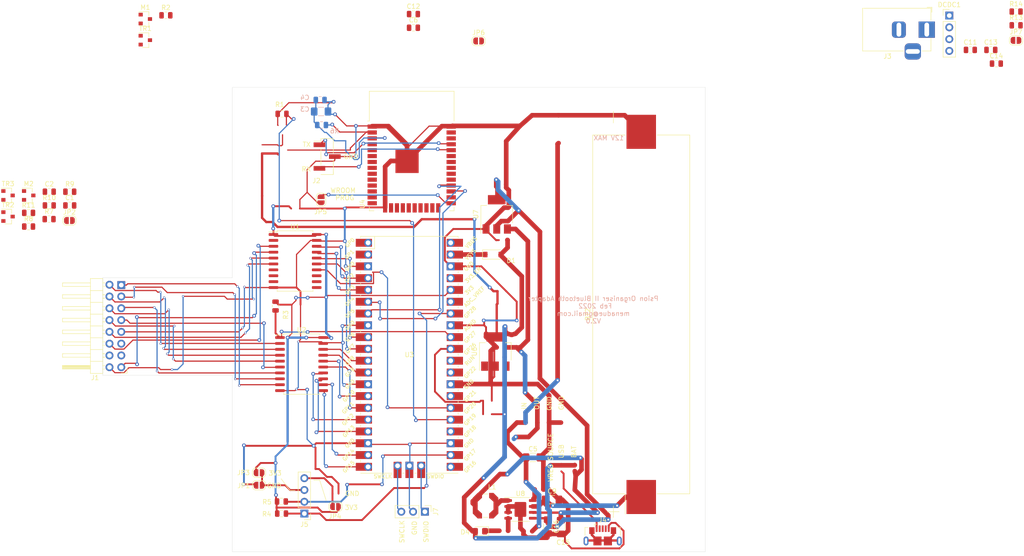
<source format=kicad_pcb>
(kicad_pcb (version 20171130) (host pcbnew 5.1.5+dfsg1-2build2)
  (layers (0 F.Cu signal) (31 B.Cu signal) (34 B.Paste user) (35 F.Paste user) (36 B.SilkS user) (37 F.SilkS user) (38 B.Mask user) (39 F.Mask user) (44 Edge.Cuts user))
  (net 0 "")
  (net 1 GND)
  (net 2 SS)
  (net 3 SOE)
  (net 4 SCLK)
  (net 5 SMR)
  (net 6 SD6)
  (net 7 SD7)
  (net 8 SD4)
  (net 9 SD5)
  (net 10 SD2)
  (net 11 SD3)
  (net 12 SD0)
  (net 13 SD1)
  (net 14 +3V3)
  (net 15 I2C_SCLK)
  (net 16 I2C_SDA)
  (net 17 P_SD7)
  (net 18 P_SD6)
  (net 19 P_SD5)
  (net 20 P_SD4)
  (net 21 P_SD3)
  (net 22 P_SD2)
  (net 23 P_SD1)
  (net 24 P_SD0)
  (net 25 P_SPGM)
  (net 26 P_SS)
  (net 27 P_SOE)
  (net 28 P_SCLK)
  (net 29 P_SMR)
  (net 30 3V3_EN)
  (net 31 VBUS)
  (net 32 ADC_REF)
  (net 33 RUN)
  (net 34 "Net-(J5-Pad3)")
  (net 35 LS_DIR)
  (net 36 IP_CLK)
  (net 37 OP_CLK)
  (net 38 "Net-(C3-Pad1)")
  (net 39 "Net-(J2-Pad3)")
  (net 40 "Net-(J2-Pad1)")
  (net 41 "Net-(J5-Pad4)")
  (net 42 "Net-(J7-Pad3)")
  (net 43 "Net-(J7-Pad1)")
  (net 44 "Net-(JP5-Pad1)")
  (net 45 WROOM_ON)
  (net 46 "Net-(M1-Pad1)")
  (net 47 VCC_ESP)
  (net 48 PICO_RX)
  (net 49 PICO_TX)
  (net 50 "Net-(U3-Pad2)")
  (net 51 "Net-(U3-Pad1)")
  (net 52 VREG)
  (net 53 "Net-(D1-Pad1)")
  (net 54 "Net-(BT2-Pad1)")
  (net 55 ESP_3V3)
  (net 56 "Net-(D4-Pad1)")
  (net 57 "Net-(L1-Pad1)")
  (net 58 "Net-(R13-Pad1)")
  (net 59 "Net-(R14-Pad1)")
  (net 60 "Net-(C5-Pad1)")
  (net 61 "Net-(C11-Pad1)")
  (net 62 "Net-(C14-Pad1)")
  (net 63 "Net-(C15-Pad1)")
  (net 64 "Net-(J4-Pad6)")
  (net 65 "Net-(J4-Pad1)")
  (net 66 "Net-(R7-Pad2)")
  (net 67 VCC)
  (net 68 "Net-(M2-Pad3)")
  (net 69 "Net-(M2-Pad1)")
  (net 70 TRI_TX)
  (net 71 TX_TO_PSION)
  (module Package_SO:SOIC-8-1EP_3.9x4.9mm_P1.27mm_EP2.514x3.2mm (layer F.Cu) (at 167.9 136)
    (fp_text reference U8 (at 0 -3.4) (layer F.SilkS))
    (fp_text value ETA6002)
    (pad 8 smd roundrect (at 2.6375 -1.905) (size 1.625 0.6) (layers F.Cu F.Paste F.Mask) (net 59 "Net-(R14-Pad1)"))
    (pad 7 smd roundrect (at 2.6375 -0.635) (size 1.625 0.6) (layers F.Cu F.Paste F.Mask) (net 54 "Net-(BT2-Pad1)"))
    (pad 6 smd roundrect (at 2.6375 0.635) (size 1.625 0.6) (layers F.Cu F.Paste F.Mask) (net 63 "Net-(C15-Pad1)"))
    (pad 5 smd roundrect (at 2.6375 1.905) (size 1.625 0.6) (layers F.Cu F.Paste F.Mask) (net 62 "Net-(C14-Pad1)"))
    (pad 4 smd roundrect (at -2.6375 1.905) (size 1.625 0.6) (layers F.Cu F.Paste F.Mask) (net 58 "Net-(R13-Pad1)"))
    (pad 3 smd roundrect (at -2.6375 0.635) (size 1.625 0.6) (layers F.Cu F.Paste F.Mask) (net 1 GND))
    (pad 2 smd roundrect (at -2.6375 -0.635) (size 1.625 0.6) (layers F.Cu F.Paste F.Mask) (net 1 GND))
    (pad 1 smd roundrect (at -2.6375 -1.905) (size 1.625 0.6) (layers F.Cu F.Paste F.Mask) (net 57 "Net-(L1-Pad1)"))
    (pad 9 smd roundrect (at 0 0) (size 2.514 3.2) (layers F.Cu F.Mask) (roundrect_rratio 0.099443) (net 1 GND))
  )
  (module Package_TO_SOT_SMD:SOT-223-3_TabPin2 (layer F.Cu) (at 162.5 102 90)
    (fp_text reference U6 (at 0 -4.5 90) (layer F.SilkS))
    (fp_text value AMS1117-3.3)
    (pad 1 smd rect (at -3.15 -2.3 90) (size 2 1.5) (layers F.Cu F.Paste F.Mask) (net 1 GND))
    (pad 3 smd rect (at -3.15 2.3 90) (size 2 1.5) (layers F.Cu F.Paste F.Mask) (net 52 VREG))
    (pad 2 smd rect (at -3.15 0 90) (size 2 1.5) (layers F.Cu F.Paste F.Mask) (net 55 ESP_3V3))
    (pad 2 smd rect (at 3.15 0 90) (size 2 3.8) (layers F.Cu F.Paste F.Mask) (net 55 ESP_3V3))
  )
  (module RF_Module:ESP32-WROOM-32 (layer F.Cu) (at 144.5 61.8)
    (fp_text reference U4 (at -10.61 8.43 90) (layer F.SilkS))
    (fp_text value ESP32-WROOM-32)
    (pad 38 smd rect (at 8.5 -8.255) (size 2 0.9) (layers F.Cu F.Paste F.Mask) (net 1 GND))
    (pad 37 smd rect (at 8.5 -6.985) (size 2 0.9) (layers F.Cu F.Paste F.Mask))
    (pad 36 smd rect (at 8.5 -5.715) (size 2 0.9) (layers F.Cu F.Paste F.Mask))
    (pad 35 smd rect (at 8.5 -4.445) (size 2 0.9) (layers F.Cu F.Paste F.Mask) (net 40 "Net-(J2-Pad1)"))
    (pad 34 smd rect (at 8.5 -3.175) (size 2 0.9) (layers F.Cu F.Paste F.Mask) (net 39 "Net-(J2-Pad3)"))
    (pad 33 smd rect (at 8.5 -1.905) (size 2 0.9) (layers F.Cu F.Paste F.Mask))
    (pad 32 smd rect (at 8.5 -0.635) (size 2 0.9) (layers F.Cu F.Paste F.Mask))
    (pad 31 smd rect (at 8.5 0.635) (size 2 0.9) (layers F.Cu F.Paste F.Mask))
    (pad 30 smd rect (at 8.5 1.905) (size 2 0.9) (layers F.Cu F.Paste F.Mask))
    (pad 29 smd rect (at 8.5 3.175) (size 2 0.9) (layers F.Cu F.Paste F.Mask))
    (pad 28 smd rect (at 8.5 4.445) (size 2 0.9) (layers F.Cu F.Paste F.Mask) (net 48 PICO_RX))
    (pad 27 smd rect (at 8.5 5.715) (size 2 0.9) (layers F.Cu F.Paste F.Mask) (net 49 PICO_TX))
    (pad 26 smd rect (at 8.5 6.985) (size 2 0.9) (layers F.Cu F.Paste F.Mask))
    (pad 25 smd rect (at 8.5 8.255) (size 2 0.9) (layers F.Cu F.Paste F.Mask) (net 44 "Net-(JP5-Pad1)"))
    (pad 24 smd rect (at 5.715 9.255 90) (size 2 0.9) (layers F.Cu F.Paste F.Mask))
    (pad 23 smd rect (at 4.445 9.255 90) (size 2 0.9) (layers F.Cu F.Paste F.Mask))
    (pad 22 smd rect (at 3.175 9.255 90) (size 2 0.9) (layers F.Cu F.Paste F.Mask))
    (pad 21 smd rect (at 1.905 9.255 90) (size 2 0.9) (layers F.Cu F.Paste F.Mask))
    (pad 20 smd rect (at 0.635 9.255 90) (size 2 0.9) (layers F.Cu F.Paste F.Mask))
    (pad 19 smd rect (at -0.635 9.255 90) (size 2 0.9) (layers F.Cu F.Paste F.Mask))
    (pad 18 smd rect (at -1.905 9.255 90) (size 2 0.9) (layers F.Cu F.Paste F.Mask))
    (pad 17 smd rect (at -3.175 9.255 90) (size 2 0.9) (layers F.Cu F.Paste F.Mask))
    (pad 16 smd rect (at -4.445 9.255 90) (size 2 0.9) (layers F.Cu F.Paste F.Mask))
    (pad 15 smd rect (at -5.715 9.255 90) (size 2 0.9) (layers F.Cu F.Paste F.Mask) (net 1 GND))
    (pad 14 smd rect (at -8.5 8.255) (size 2 0.9) (layers F.Cu F.Paste F.Mask))
    (pad 13 smd rect (at -8.5 6.985) (size 2 0.9) (layers F.Cu F.Paste F.Mask))
    (pad 12 smd rect (at -8.5 5.715) (size 2 0.9) (layers F.Cu F.Paste F.Mask))
    (pad 11 smd rect (at -8.5 4.445) (size 2 0.9) (layers F.Cu F.Paste F.Mask))
    (pad 10 smd rect (at -8.5 3.175) (size 2 0.9) (layers F.Cu F.Paste F.Mask))
    (pad 9 smd rect (at -8.5 1.905) (size 2 0.9) (layers F.Cu F.Paste F.Mask))
    (pad 8 smd rect (at -8.5 0.635) (size 2 0.9) (layers F.Cu F.Paste F.Mask))
    (pad 7 smd rect (at -8.5 -0.635) (size 2 0.9) (layers F.Cu F.Paste F.Mask))
    (pad 6 smd rect (at -8.5 -1.905) (size 2 0.9) (layers F.Cu F.Paste F.Mask))
    (pad 5 smd rect (at -8.5 -3.175) (size 2 0.9) (layers F.Cu F.Paste F.Mask))
    (pad 4 smd rect (at -8.5 -4.445) (size 2 0.9) (layers F.Cu F.Paste F.Mask))
    (pad 3 smd rect (at -8.5 -5.715) (size 2 0.9) (layers F.Cu F.Paste F.Mask) (net 38 "Net-(C3-Pad1)"))
    (pad 2 smd rect (at -8.5 -6.985) (size 2 0.9) (layers F.Cu F.Paste F.Mask) (net 47 VCC_ESP))
    (pad 1 smd rect (at -8.5 -8.255) (size 2 0.9) (layers F.Cu F.Paste F.Mask) (net 1 GND))
    (pad 39 smd rect (at -1 -0.755) (size 5 5) (layers F.Cu F.Paste F.Mask) (net 1 GND))
  )
  (module Package_TO_SOT_SMD:SOT-23 (layer F.Cu) (at 57.625001 68.375001)
    (fp_text reference TR3 (at 0 -2.5) (layer F.SilkS))
    (fp_text value Si2302)
    (pad 3 smd rect (at 1 0) (size 0.9 0.8) (layers F.Cu F.Paste F.Mask) (net 69 "Net-(M2-Pad1)"))
    (pad 2 smd rect (at -1 0.95) (size 0.9 0.8) (layers F.Cu F.Paste F.Mask) (net 1 GND))
    (pad 1 smd rect (at -1 -0.95) (size 0.9 0.8) (layers F.Cu F.Paste F.Mask) (net 70 TRI_TX))
  )
  (module Package_TO_SOT_SMD:SOT-23 (layer F.Cu) (at 57.625001 72.925001)
    (fp_text reference TR2 (at 0 -2.5) (layer F.SilkS))
    (fp_text value si2302)
    (pad 3 smd rect (at 1 0) (size 0.9 0.8) (layers F.Cu F.Paste F.Mask) (net 11 SD3))
    (pad 2 smd rect (at -1 0.95) (size 0.9 0.8) (layers F.Cu F.Paste F.Mask) (net 1 GND))
    (pad 1 smd rect (at -1 -0.95) (size 0.9 0.8) (layers F.Cu F.Paste F.Mask) (net 71 TX_TO_PSION))
  )
  (module Package_TO_SOT_SMD:SOT-23 (layer F.Cu) (at 87.175001 34.925001)
    (fp_text reference TR1 (at 0 -2.5) (layer F.SilkS))
    (fp_text value New_Library_Si2302CDS-n-channel)
    (pad 3 smd rect (at 1 0) (size 0.9 0.8) (layers F.Cu F.Paste F.Mask) (net 46 "Net-(M1-Pad1)"))
    (pad 2 smd rect (at -1 0.95) (size 0.9 0.8) (layers F.Cu F.Paste F.Mask) (net 1 GND))
    (pad 1 smd rect (at -1 -0.95) (size 0.9 0.8) (layers F.Cu F.Paste F.Mask) (net 45 WROOM_ON))
  )
  (module Resistor_SMD:R_0805_2012Metric (layer F.Cu) (at 274.575001 28.775001)
    (fp_text reference R14 (at 0 -1.65) (layer F.SilkS))
    (fp_text value 500R)
    (pad 2 smd roundrect (at 0.9375 0) (size 0.975 1.4) (layers F.Cu F.Paste F.Mask) (net 1 GND))
    (pad 1 smd roundrect (at -0.9375 0) (size 0.975 1.4) (layers F.Cu F.Paste F.Mask) (net 59 "Net-(R14-Pad1)"))
  )
  (module Resistor_SMD:R_0805_2012Metric (layer F.Cu) (at 274.575001 31.725001)
    (fp_text reference R13 (at 0 -1.65) (layer F.SilkS))
    (fp_text value 2k2)
    (pad 2 smd roundrect (at 0.9375 0) (size 0.975 1.4) (layers F.Cu F.Paste F.Mask) (net 56 "Net-(D4-Pad1)"))
    (pad 1 smd roundrect (at -0.9375 0) (size 0.975 1.4) (layers F.Cu F.Paste F.Mask) (net 58 "Net-(R13-Pad1)"))
  )
  (module Resistor_SMD:R_0805_2012Metric (layer F.Cu) (at 62.055001 72.125001)
    (fp_text reference R11 (at 0 -1.65) (layer F.SilkS))
    (fp_text value R_Small)
    (pad 2 smd roundrect (at 0.9375 0) (size 0.975 1.4) (layers F.Cu F.Paste F.Mask) (net 1 GND))
    (pad 1 smd roundrect (at -0.9375 0) (size 0.975 1.4) (layers F.Cu F.Paste F.Mask) (net 70 TRI_TX))
  )
  (module Resistor_SMD:R_0805_2012Metric (layer F.Cu) (at 66.505001 70.525001)
    (fp_text reference R10 (at 0 -1.65) (layer F.SilkS))
    (fp_text value R_Small)
    (pad 2 smd roundrect (at 0.9375 0) (size 0.975 1.4) (layers F.Cu F.Paste F.Mask) (net 69 "Net-(M2-Pad1)"))
    (pad 1 smd roundrect (at -0.9375 0) (size 0.975 1.4) (layers F.Cu F.Paste F.Mask) (net 67 VCC))
  )
  (module Resistor_SMD:R_0805_2012Metric (layer F.Cu) (at 70.915001 67.575001)
    (fp_text reference R9 (at 0 -1.65) (layer F.SilkS))
    (fp_text value R_Small)
    (pad 2 smd roundrect (at 0.9375 0) (size 0.975 1.4) (layers F.Cu F.Paste F.Mask) (net 11 SD3))
    (pad 1 smd roundrect (at -0.9375 0) (size 0.975 1.4) (layers F.Cu F.Paste F.Mask) (net 68 "Net-(M2-Pad3)"))
  )
  (module Resistor_SMD:R_0805_2012Metric (layer F.Cu) (at 62.055001 75.075001)
    (fp_text reference R8 (at 0 -1.65) (layer F.SilkS))
    (fp_text value R_Small)
    (pad 2 smd roundrect (at 0.9375 0) (size 0.975 1.4) (layers F.Cu F.Paste F.Mask) (net 1 GND))
    (pad 1 smd roundrect (at -0.9375 0) (size 0.975 1.4) (layers F.Cu F.Paste F.Mask) (net 66 "Net-(R7-Pad2)"))
  )
  (module Resistor_SMD:R_0805_2012Metric (layer F.Cu) (at 66.465001 73.475001)
    (fp_text reference R7 (at 0 -1.65) (layer F.SilkS))
    (fp_text value R_Small)
    (pad 2 smd roundrect (at 0.9375 0) (size 0.975 1.4) (layers F.Cu F.Paste F.Mask) (net 66 "Net-(R7-Pad2)"))
    (pad 1 smd roundrect (at -0.9375 0) (size 0.975 1.4) (layers F.Cu F.Paste F.Mask) (net 52 VREG))
  )
  (module Resistor_SMD:R_0805_2012Metric (layer F.Cu) (at 91.605001 29.575001)
    (fp_text reference R2 (at 0 -1.65) (layer F.SilkS))
    (fp_text value R_Small)
    (pad 2 smd roundrect (at 0.9375 0) (size 0.975 1.4) (layers F.Cu F.Paste F.Mask) (net 46 "Net-(M1-Pad1)"))
    (pad 1 smd roundrect (at -0.9375 0) (size 0.975 1.4) (layers F.Cu F.Paste F.Mask) (net 55 ESP_3V3))
  )
  (module Package_TO_SOT_SMD:SOT-23 (layer F.Cu) (at 62.075001 68.375001)
    (fp_text reference M2 (at 0 -2.5) (layer F.SilkS))
    (fp_text value Si2301)
    (pad 3 smd rect (at 1 0) (size 0.9 0.8) (layers F.Cu F.Paste F.Mask) (net 68 "Net-(M2-Pad3)"))
    (pad 2 smd rect (at -1 0.95) (size 0.9 0.8) (layers F.Cu F.Paste F.Mask) (net 67 VCC))
    (pad 1 smd rect (at -1 -0.95) (size 0.9 0.8) (layers F.Cu F.Paste F.Mask) (net 69 "Net-(M2-Pad1)"))
  )
  (module Package_TO_SOT_SMD:SOT-23 (layer F.Cu) (at 87.175001 30.375001)
    (fp_text reference M1 (at 0 -2.5) (layer F.SilkS))
    (fp_text value P-CHANNEL-MOSFET)
    (pad 3 smd rect (at 1 0) (size 0.9 0.8) (layers F.Cu F.Paste F.Mask) (net 47 VCC_ESP))
    (pad 2 smd rect (at -1 0.95) (size 0.9 0.8) (layers F.Cu F.Paste F.Mask) (net 55 ESP_3V3))
    (pad 1 smd rect (at -1 -0.95) (size 0.9 0.8) (layers F.Cu F.Paste F.Mask) (net 46 "Net-(M1-Pad1)"))
  )
  (module Jumper:SolderJumper-2_P1.3mm_Open_RoundedPad1.0x1.5mm (layer F.Cu) (at 274.545001 34.975001)
    (fp_text reference JP7 (at 0 -1.8) (layer F.SilkS))
    (fp_text value Jumper_NO_Small)
    (pad 2 smd custom (at 0.65 0) (size 1 0.5) (layers F.Cu F.Mask) (net 65 "Net-(J4-Pad1)") (options (clearance outline) (anchor rect)) (primitives (gr_circle (center 0 0.25) (end 0.5 0.25) (width 0)) (gr_circle (center 0 -0.25) (end 0.5 -0.25) (width 0)) (gr_poly (pts (xy 0 -0.75) (xy -0.5 -0.75) (xy -0.5 0.75) (xy 0 0.75)) (width 0))))
    (pad 1 smd custom (at -0.65 0) (size 1 0.5) (layers F.Cu F.Mask) (net 52 VREG) (options (clearance outline) (anchor rect)) (primitives (gr_circle (center 0 0.25) (end 0.5 0.25) (width 0)) (gr_circle (center 0 -0.25) (end 0.5 -0.25) (width 0)) (gr_poly (pts (xy 0 -0.75) (xy 0.5 -0.75) (xy 0.5 0.75) (xy 0 0.75)) (width 0))))
  )
  (module Jumper:SolderJumper-2_P1.3mm_Open_RoundedPad1.0x1.5mm (layer F.Cu) (at 158.9 35.1)
    (fp_text reference JP6 (at 0 -1.8) (layer F.SilkS))
    (fp_text value Jumper_NO_Small)
    (pad 2 smd custom (at 0.65 0) (size 1 0.5) (layers F.Cu F.Mask) (net 63 "Net-(C15-Pad1)") (options (clearance outline) (anchor rect)) (primitives (gr_circle (center 0 0.25) (end 0.5 0.25) (width 0)) (gr_circle (center 0 -0.25) (end 0.5 -0.25) (width 0)) (gr_poly (pts (xy 0 -0.75) (xy -0.5 -0.75) (xy -0.5 0.75) (xy 0 0.75)) (width 0))))
    (pad 1 smd custom (at -0.65 0) (size 1 0.5) (layers F.Cu F.Mask) (net 52 VREG) (options (clearance outline) (anchor rect)) (primitives (gr_circle (center 0 0.25) (end 0.5 0.25) (width 0)) (gr_circle (center 0 -0.25) (end 0.5 -0.25) (width 0)) (gr_poly (pts (xy 0 -0.75) (xy 0.5 -0.75) (xy 0.5 0.75) (xy 0 0.75)) (width 0))))
  )
  (module Jumper:SolderJumper-2_P1.3mm_Open_RoundedPad1.0x1.5mm (layer F.Cu) (at 70.845001 73.775001)
    (fp_text reference JP2 (at 0 -1.8) (layer F.SilkS))
    (fp_text value Jumper_NO_Small)
    (pad 2 smd custom (at 0.65 0) (size 1 0.5) (layers F.Cu F.Mask) (net 1 GND) (options (clearance outline) (anchor rect)) (primitives (gr_circle (center 0 0.25) (end 0.5 0.25) (width 0)) (gr_circle (center 0 -0.25) (end 0.5 -0.25) (width 0)) (gr_poly (pts (xy 0 -0.75) (xy -0.5 -0.75) (xy -0.5 0.75) (xy 0 0.75)) (width 0))))
    (pad 1 smd custom (at -0.65 0) (size 1 0.5) (layers F.Cu F.Mask) (net 41 "Net-(J5-Pad4)") (options (clearance outline) (anchor rect)) (primitives (gr_circle (center 0 0.25) (end 0.5 0.25) (width 0)) (gr_circle (center 0 -0.25) (end 0.5 -0.25) (width 0)) (gr_poly (pts (xy 0 -0.75) (xy 0.5 -0.75) (xy 0.5 0.75) (xy 0 0.75)) (width 0))))
  )
  (module Connector_USB:USB_Micro-B_GCT_USB3076-30-A (layer F.Cu) (at 185.6 141.6)
    (fp_text reference J4 (at 0 -3.3) (layer F.SilkS))
    (fp_text value Connector_USB_B_Micro)
    (pad 6 smd rect (at -2.32 -1.03) (size 1.15 1.45) (layers F.Cu F.Paste F.Mask) (net 64 "Net-(J4-Pad6)"))
    (pad 6 smd rect (at 2.32 -1.03) (size 1.15 1.45) (layers F.Cu F.Paste F.Mask) (net 64 "Net-(J4-Pad6)"))
    (pad 6 thru_hole oval (at 3.575 1.2) (size 1.05 1.9) (drill oval 0.45 1.25) (layers *.Cu *.Mask) (net 64 "Net-(J4-Pad6)"))
    (pad 6 thru_hole oval (at -3.575 1.2 180) (size 1.05 1.9) (drill oval 0.45 1.25) (layers *.Cu *.Mask) (net 64 "Net-(J4-Pad6)"))
    (pad 6 smd rect (at -1.125 1.2) (size 1.75 1.9) (layers F.Cu F.Paste F.Mask) (net 64 "Net-(J4-Pad6)"))
    (pad 3 smd rect (at 0 -1.45) (size 0.4 1.4) (layers F.Cu F.Paste F.Mask))
    (pad 4 smd rect (at 0.65 -1.45) (size 0.4 1.4) (layers F.Cu F.Paste F.Mask))
    (pad 5 smd rect (at 1.3 -1.45) (size 0.4 1.4) (layers F.Cu F.Paste F.Mask) (net 1 GND))
    (pad 1 smd rect (at -1.3 -1.45) (size 0.4 1.4) (layers F.Cu F.Paste F.Mask) (net 65 "Net-(J4-Pad1)"))
    (pad 2 smd rect (at -0.65 -1.45) (size 0.4 1.4) (layers F.Cu F.Paste F.Mask))
    (pad 6 smd rect (at 1.125 1.2) (size 1.75 1.9) (layers F.Cu F.Paste F.Mask) (net 64 "Net-(J4-Pad6)"))
  )
  (module Connector_BarrelJack:BarrelJack_Horizontal (layer F.Cu) (at 255.345001 32.660001)
    (fp_text reference J3 (at -8.45 5.75) (layer F.SilkS))
    (fp_text value Barrel_Jack)
    (pad 3 thru_hole roundrect (at -3 4.7) (size 3.5 3.5) (drill oval 3 1) (layers *.Cu *.Mask))
    (pad 2 thru_hole roundrect (at -6 0) (size 3 3.5) (drill oval 1 3) (layers *.Cu *.Mask) (net 1 GND))
    (pad 1 thru_hole rect (at 0 0) (size 3.5 3.5) (drill oval 1 3) (layers *.Cu *.Mask) (net 60 "Net-(C5-Pad1)"))
  )
  (module Connector_PinHeader_2.54mm:PinHeader_1x04_P2.54mm_Vertical (layer F.Cu) (at 260.195001 29.625001)
    (fp_text reference DCDC1 (at 0 -2.33) (layer F.SilkS))
    (fp_text value dcdc)
    (pad 4 thru_hole oval (at 0 7.62) (size 1.7 1.7) (drill 1) (layers *.Cu *.Mask) (net 1 GND))
    (pad 3 thru_hole oval (at 0 5.08) (size 1.7 1.7) (drill 1) (layers *.Cu *.Mask) (net 1 GND))
    (pad 2 thru_hole oval (at 0 2.54) (size 1.7 1.7) (drill 1) (layers *.Cu *.Mask) (net 61 "Net-(C11-Pad1)"))
    (pad 1 thru_hole rect (at 0 0) (size 1.7 1.7) (drill 1) (layers *.Cu *.Mask) (net 60 "Net-(C5-Pad1)"))
  )
  (module Capacitor_SMD:C_0805_2012Metric (layer F.Cu) (at 270.325001 39.975001)
    (fp_text reference C14 (at 0 -1.65) (layer F.SilkS))
    (fp_text value 100nF)
    (pad 2 smd roundrect (at 0.9375 0) (size 0.975 1.4) (layers F.Cu F.Paste F.Mask) (net 1 GND))
    (pad 1 smd roundrect (at -0.9375 0) (size 0.975 1.4) (layers F.Cu F.Paste F.Mask) (net 62 "Net-(C14-Pad1)"))
  )
  (module Capacitor_SMD:C_0805_2012Metric (layer F.Cu) (at 269.135001 37.025001)
    (fp_text reference C13 (at 0 -1.65) (layer F.SilkS))
    (fp_text value 100nF)
    (pad 2 smd roundrect (at 0.9375 0) (size 0.975 1.4) (layers F.Cu F.Paste F.Mask) (net 1 GND))
    (pad 1 smd roundrect (at -0.9375 0) (size 0.975 1.4) (layers F.Cu F.Paste F.Mask) (net 55 ESP_3V3))
  )
  (module Capacitor_SMD:C_0805_2012Metric (layer F.Cu) (at 144.875001 29.305001)
    (fp_text reference C12 (at 0 -1.65) (layer F.SilkS))
    (fp_text value 100nF)
    (pad 2 smd roundrect (at 0.9375 0) (size 0.975 1.4) (layers F.Cu F.Paste F.Mask) (net 1 GND))
    (pad 1 smd roundrect (at -0.9375 0) (size 0.975 1.4) (layers F.Cu F.Paste F.Mask) (net 52 VREG))
  )
  (module Capacitor_SMD:C_0805_2012Metric (layer F.Cu) (at 264.725001 37.025001)
    (fp_text reference C11 (at 0 -1.65) (layer F.SilkS))
    (fp_text value 100nF)
    (pad 2 smd roundrect (at 0.9375 0) (size 0.975 1.4) (layers F.Cu F.Paste F.Mask) (net 1 GND))
    (pad 1 smd roundrect (at -0.9375 0) (size 0.975 1.4) (layers F.Cu F.Paste F.Mask) (net 61 "Net-(C11-Pad1)"))
  )
  (module Capacitor_SMD:C_0805_2012Metric (layer F.Cu) (at 144.875001 32.255001)
    (fp_text reference C6 (at 0 -1.65) (layer F.SilkS))
    (fp_text value 100nF)
    (pad 2 smd roundrect (at 0.9375 0) (size 0.975 1.4) (layers F.Cu F.Paste F.Mask) (net 1 GND))
    (pad 1 smd roundrect (at -0.9375 0) (size 0.975 1.4) (layers F.Cu F.Paste F.Mask) (net 60 "Net-(C5-Pad1)"))
  )
  (module Capacitor_SMD:C_0805_2012Metric (layer F.Cu) (at 66.505001 67.575001)
    (fp_text reference C2 (at 0 -1.65) (layer F.SilkS))
    (fp_text value 100nF)
    (pad 2 smd roundrect (at 0.9375 0) (size 0.975 1.4) (layers F.Cu F.Paste F.Mask) (net 1 GND))
    (pad 1 smd roundrect (at -0.9375 0) (size 0.975 1.4) (layers F.Cu F.Paste F.Mask) (net 14 +3V3))
  )
  (module Capacitor_SMD:C_0805_2012Metric (layer F.Cu) (at 70.915001 70.525001)
    (fp_text reference C1 (at 0 -1.65) (layer F.SilkS))
    (fp_text value 100nF)
    (pad 2 smd roundrect (at 0.9375 0) (size 0.975 1.4) (layers F.Cu F.Paste F.Mask) (net 1 GND))
    (pad 1 smd roundrect (at -0.9375 0) (size 0.975 1.4) (layers F.Cu F.Paste F.Mask) (net 14 +3V3))
  )
  (module Capacitor_SMD:C_1206_3216Metric_Pad1.42x1.75mm_HandSolder (layer F.Cu) (at 173.8 139.7 270)
    (fp_text reference C16 (at 0 -1.82 90) (layer F.SilkS))
    (fp_text value 10uF)
    (pad 2 smd roundrect (at 1.4875 0 270) (size 1.425 1.75) (layers F.Cu F.Paste F.Mask) (roundrect_rratio 0.175439) (net 1 GND))
    (pad 1 smd roundrect (at -1.4875 0 270) (size 1.425 1.75) (layers F.Cu F.Paste F.Mask) (roundrect_rratio 0.175439) (net 62 "Net-(C14-Pad1)"))
  )
  (module Capacitor_SMD:C_1206_3216Metric_Pad1.42x1.75mm_HandSolder (layer F.Cu) (at 170.6 124.8)
    (fp_text reference C5 (at 0 -1.82) (layer F.SilkS))
    (fp_text value 10uF)
    (pad 2 smd roundrect (at 1.4875 0) (size 1.425 1.75) (layers F.Cu F.Paste F.Mask) (roundrect_rratio 0.175439) (net 1 GND))
    (pad 1 smd roundrect (at -1.4875 0) (size 1.425 1.75) (layers F.Cu F.Paste F.Mask) (roundrect_rratio 0.175439) (net 60 "Net-(C5-Pad1)"))
  )
  (module Inductor_SMD:L_Coilcraft_LPS5030 (layer F.Cu) (at 160.4 135.2 180)
    (fp_text reference L1 (at -1.4 4) (layer F.SilkS))
    (fp_text value 2.2uH)
    (pad 2 smd custom (at 2.2275 0 180) (size 1.055 3.4) (layers F.Cu F.Paste F.Mask) (net 63 "Net-(C15-Pad1)") (options (clearance outline) (anchor rect)) (primitives (gr_poly (pts (xy -1.4675 -1.7) (xy -0.5275 -0.8445) (xy -0.5275 0.8445) (xy -1.4675 1.7) (xy -1.4675 2.755) (xy -0.5275 2.755) (xy 0.5275 1.7) (xy 0.5275 -1.7) (xy -0.5275 -2.755) (xy -1.4675 -2.755)) (width 0))))
    (pad 1 smd custom (at -2.2275 0 180) (size 1.055 3.4) (layers F.Cu F.Paste F.Mask) (net 57 "Net-(L1-Pad1)") (options (clearance outline) (anchor rect)) (primitives (gr_poly (pts (xy 1.4675 -1.7) (xy 0.5275 -0.8445) (xy 0.5275 0.8445) (xy 1.4675 1.7) (xy 1.4675 2.755) (xy 0.5275 2.755) (xy -0.5275 1.7) (xy -0.5275 -1.7) (xy 0.5275 -2.755) (xy 1.4675 -2.755)) (width 0))))
  )
  (module LED_SMD:LED_0805_2012Metric_Pad1.15x1.40mm_HandSolder (layer F.Cu) (at 159.2 140.7 180)
    (fp_text reference D4 (at 3.2 -0.2) (layer F.SilkS))
    (fp_text value LED)
    (pad 2 smd roundrect (at 1.025 0 180) (size 1.15 1.4) (layers F.Cu F.Paste F.Mask) (roundrect_rratio 0.217391) (net 52 VREG))
    (pad 1 smd roundrect (at -1.025 0 180) (size 1.15 1.4) (layers F.Cu F.Paste F.Mask) (roundrect_rratio 0.217391) (net 56 "Net-(D4-Pad1)"))
  )
  (module Capacitor_SMD:C_1206_3216Metric_Pad1.42x1.75mm_HandSolder (layer F.Cu) (at 176.6 139.8 270)
    (fp_text reference C15 (at 3.3 -0.5 180) (layer F.SilkS))
    (fp_text value 22uF)
    (pad 2 smd roundrect (at 1.4875 0 270) (size 1.425 1.75) (layers F.Cu F.Paste F.Mask) (roundrect_rratio 0.175439) (net 1 GND))
    (pad 1 smd roundrect (at -1.4875 0 270) (size 1.425 1.75) (layers F.Cu F.Paste F.Mask) (roundrect_rratio 0.175439) (net 63 "Net-(C15-Pad1)"))
  )
  (module Capacitor_SMD:C_1206_3216Metric_Pad1.42x1.75mm_HandSolder (layer F.Cu) (at 174.7 133.9)
    (fp_text reference C9 (at 0 -1.82) (layer F.SilkS))
    (fp_text value 1uF)
    (pad 2 smd roundrect (at 1.4875 0) (size 1.425 1.75) (layers F.Cu F.Paste F.Mask) (roundrect_rratio 0.175439) (net 1 GND))
    (pad 1 smd roundrect (at -1.4875 0) (size 1.425 1.75) (layers F.Cu F.Paste F.Mask) (roundrect_rratio 0.175439) (net 54 "Net-(BT2-Pad1)"))
  )
  (module Battery:BatteryHolder_Keystone_1042_1x18650 (layer F.Cu) (at 193.9 94 90)
    (fp_text reference BT2 (at 0 -11.5 90) (layer F.SilkS))
    (fp_text value Battery_Cell)
    (pad "" np_thru_hole circle (at -35.93 -8 90) (size 2.39 2.39) (drill 2.39) (layers *.Cu *.Mask))
    (pad "" np_thru_hole circle (at -27.6 8 90) (size 3.45 3.45) (drill 3.45) (layers *.Cu *.Mask))
    (pad "" np_thru_hole circle (at 27.6 -8 90) (size 3.45 3.45) (drill 3.45) (layers *.Cu *.Mask))
    (pad 2 smd rect (at 39.33 0 90) (size 7.34 6.35) (layers F.Cu F.Paste F.Mask) (net 1 GND))
    (pad 1 smd rect (at -39.33 0 90) (size 7.34 6.35) (layers F.Cu F.Paste F.Mask) (net 54 "Net-(BT2-Pad1)"))
  )
  (module Package_TO_SOT_SMD:SOT-223-3_TabPin2 (layer F.Cu) (at 162.8 72.45 90)
    (fp_text reference U7 (at 0 -4.5 90) (layer F.SilkS))
    (fp_text value AMS1117-5.0)
    (pad 1 smd rect (at -3.15 -2.3 90) (size 2 1.5) (layers F.Cu F.Paste F.Mask) (net 1 GND))
    (pad 3 smd rect (at -3.15 2.3 90) (size 2 1.5) (layers F.Cu F.Paste F.Mask) (net 61 "Net-(C11-Pad1)"))
    (pad 2 smd rect (at -3.15 0 90) (size 2 1.5) (layers F.Cu F.Paste F.Mask) (net 62 "Net-(C14-Pad1)"))
    (pad 2 smd rect (at 3.15 0 90) (size 2 3.8) (layers F.Cu F.Paste F.Mask) (net 62 "Net-(C14-Pad1)"))
  )
  (module Diode_SMD:D_SOD-123 (layer F.Cu) (at 162 81.1)
    (fp_text reference D1 (at 3.9 1.3) (layer F.SilkS))
    (fp_text value D_Schottky)
    (pad 2 smd rect (at 1.65 0) (size 0.9 1.2) (layers F.Cu F.Paste F.Mask) (net 52 VREG))
    (pad 1 smd rect (at -1.65 0) (size 0.9 1.2) (layers F.Cu F.Paste F.Mask) (net 53 "Net-(D1-Pad1)"))
  )
  (module Capacitor_SMD:C_1206_3216Metric_Pad1.42x1.75mm_HandSolder (layer B.Cu) (at 125 50.3)
    (fp_text reference C3 (at -3.5 -0.5) (layer B.SilkS) (effects (justify mirror)))
    (fp_text value 4u7)
    (pad 2 smd roundrect (at 1.4875 0) (size 1.425 1.75) (layers B.Cu B.Paste B.Mask) (roundrect_rratio 0.175439) (net 1 GND))
    (pad 1 smd roundrect (at -1.4875 0) (size 1.425 1.75) (layers B.Cu B.Paste B.Mask) (roundrect_rratio 0.175439) (net 38 "Net-(C3-Pad1)"))
  )
  (module psion_org_2:Psion_datapak_2x08_P2.54mm_Horizontal (layer F.Cu) (at 82 105.38 180)
    (fp_text reference J1 (at 5.655 -2.27) (layer F.SilkS))
    (fp_text value Conn_02x08_Odd_Even)
    (pad 16 thru_hole oval (at 2.54 0) (size 1.7 1.7) (drill 1) (layers *.Cu *.Mask) (net 5 SMR))
    (pad 15 thru_hole oval (at 0 0 180) (size 1.7 1.7) (drill 1) (layers *.Cu *.Mask) (net 3 SOE))
    (pad 14 thru_hole oval (at 2.54 2.54) (size 1.7 1.7) (drill 1) (layers *.Cu *.Mask))
    (pad 13 thru_hole oval (at 0 2.54 180) (size 1.7 1.7) (drill 1) (layers *.Cu *.Mask) (net 67 VCC))
    (pad 12 thru_hole oval (at 2.54 5.08) (size 1.7 1.7) (drill 1) (layers *.Cu *.Mask) (net 2 SS))
    (pad 11 thru_hole oval (at 0 5.08 180) (size 1.7 1.7) (drill 1) (layers *.Cu *.Mask))
    (pad 10 thru_hole oval (at 2.54 7.62) (size 1.7 1.7) (drill 1) (layers *.Cu *.Mask) (net 4 SCLK))
    (pad 9 thru_hole oval (at 0 7.62 180) (size 1.7 1.7) (drill 1) (layers *.Cu *.Mask) (net 1 GND))
    (pad 8 thru_hole oval (at 2.54 10.16) (size 1.7 1.7) (drill 1) (layers *.Cu *.Mask) (net 11 SD3))
    (pad 7 thru_hole oval (at 0 10.16 180) (size 1.7 1.7) (drill 1) (layers *.Cu *.Mask) (net 8 SD4))
    (pad 6 thru_hole oval (at 2.54 12.7) (size 1.7 1.7) (drill 1) (layers *.Cu *.Mask) (net 10 SD2))
    (pad 5 thru_hole oval (at 0 12.7 180) (size 1.7 1.7) (drill 1) (layers *.Cu *.Mask) (net 9 SD5))
    (pad 4 thru_hole oval (at 2.54 15.24) (size 1.7 1.7) (drill 1) (layers *.Cu *.Mask) (net 13 SD1))
    (pad 3 thru_hole oval (at 0 15.24 180) (size 1.7 1.7) (drill 1) (layers *.Cu *.Mask) (net 6 SD6))
    (pad 2 thru_hole oval (at 2.54 17.78) (size 1.7 1.7) (drill 1) (layers *.Cu *.Mask) (net 12 SD0))
    (pad 1 thru_hole rect (at 0 17.7 180) (size 1.7 1.7) (drill 1) (layers *.Cu *.Mask) (net 7 SD7))
  )
  (module rp2040:RPi_Pico_SMD_TH (layer F.Cu) (at 144 102.7)
    (fp_text reference U3 (at 0 0) (layer F.SilkS))
    (fp_text value Pico)
    (fp_text user SWDIO (at 5.6 26.2) (layer F.SilkS) (effects (font (size 0.8 0.8))))
    (fp_text user SWCLK (at -5.7 26.2) (layer F.SilkS) (effects (font (size 0.8 0.8))))
    (fp_text user AGND (at 13.054 -6.35 45) (layer F.SilkS) (effects (font (size 0.8 0.8))))
    (fp_text user GND (at 12.8 -19.05 45) (layer F.SilkS) (effects (font (size 0.8 0.8))))
    (fp_text user GND (at 12.8 6.35 45) (layer F.SilkS) (effects (font (size 0.8 0.8))))
    (fp_text user GND (at 12.8 19.05 45) (layer F.SilkS) (effects (font (size 0.8 0.8))))
    (fp_text user GND (at -12.8 19.05 45) (layer F.SilkS) (effects (font (size 0.8 0.8))))
    (fp_text user GND (at -12.8 6.35 45) (layer F.SilkS) (effects (font (size 0.8 0.8))))
    (fp_text user GND (at -12.8 -6.35 45) (layer F.SilkS) (effects (font (size 0.8 0.8))))
    (fp_text user GND (at -12.8 -19.05 45) (layer F.SilkS) (effects (font (size 0.8 0.8))))
    (fp_text user VBUS (at 13.3 -24.2 45) (layer F.SilkS) (effects (font (size 0.8 0.8))))
    (fp_text user VSYS (at 13.2 -21.59 45) (layer F.SilkS) (effects (font (size 0.8 0.8))))
    (fp_text user 3V3_EN (at 13.7 -17.2 45) (layer F.SilkS) (effects (font (size 0.8 0.8))))
    (fp_text user 3V3 (at 12.9 -13.9 45) (layer F.SilkS) (effects (font (size 0.8 0.8))))
    (fp_text user ADC_VREF (at 14 -12.5 45) (layer F.SilkS) (effects (font (size 0.8 0.8))))
    (fp_text user GP28 (at 13.054 -9.144 45) (layer F.SilkS) (effects (font (size 0.8 0.8))))
    (fp_text user GP27 (at 13.054 -3.8 45) (layer F.SilkS) (effects (font (size 0.8 0.8))))
    (fp_text user GP26 (at 13.054 -1.27 45) (layer F.SilkS) (effects (font (size 0.8 0.8))))
    (fp_text user RUN (at 13 1.27 45) (layer F.SilkS) (effects (font (size 0.8 0.8))))
    (fp_text user GP22 (at 13.054 3.81 45) (layer F.SilkS) (effects (font (size 0.8 0.8))))
    (fp_text user GP21 (at 13.054 8.9 45) (layer F.SilkS) (effects (font (size 0.8 0.8))))
    (fp_text user GP20 (at 13.054 11.43 45) (layer F.SilkS) (effects (font (size 0.8 0.8))))
    (fp_text user GP19 (at 13.054 13.97 45) (layer F.SilkS) (effects (font (size 0.8 0.8))))
    (fp_text user GP18 (at 13.054 16.51 45) (layer F.SilkS) (effects (font (size 0.8 0.8))))
    (fp_text user GP17 (at 13.054 21.59 45) (layer F.SilkS) (effects (font (size 0.8 0.8))))
    (fp_text user GP16 (at 13.054 24.13 45) (layer F.SilkS) (effects (font (size 0.8 0.8))))
    (fp_text user GP15 (at -13.054 24.13 45) (layer F.SilkS) (effects (font (size 0.8 0.8))))
    (fp_text user GP14 (at -13.1 21.59 45) (layer F.SilkS) (effects (font (size 0.8 0.8))))
    (fp_text user GP13 (at -13.054 16.51 45) (layer F.SilkS) (effects (font (size 0.8 0.8))))
    (fp_text user GP12 (at -13.2 13.97 45) (layer F.SilkS) (effects (font (size 0.8 0.8))))
    (fp_text user GP11 (at -13.2 11.43 45) (layer F.SilkS) (effects (font (size 0.8 0.8))))
    (fp_text user GP10 (at -13.054 8.89 45) (layer F.SilkS) (effects (font (size 0.8 0.8))))
    (fp_text user GP9 (at -12.8 3.81 45) (layer F.SilkS) (effects (font (size 0.8 0.8))))
    (fp_text user GP8 (at -12.8 1.27 45) (layer F.SilkS) (effects (font (size 0.8 0.8))))
    (fp_text user GP7 (at -12.7 -1.3 45) (layer F.SilkS) (effects (font (size 0.8 0.8))))
    (fp_text user GP6 (at -12.8 -3.81 45) (layer F.SilkS) (effects (font (size 0.8 0.8))))
    (fp_text user GP5 (at -12.8 -8.89 45) (layer F.SilkS) (effects (font (size 0.8 0.8))))
    (fp_text user GP4 (at -12.8 -11.43 45) (layer F.SilkS) (effects (font (size 0.8 0.8))))
    (fp_text user GP3 (at -12.8 -13.97 45) (layer F.SilkS) (effects (font (size 0.8 0.8))))
    (fp_text user GP0 (at -12.8 -24.13 45) (layer F.SilkS) (effects (font (size 0.8 0.8))))
    (fp_text user GP2 (at -12.9 -16.51 45) (layer F.SilkS) (effects (font (size 0.8 0.8))))
    (fp_text user GP1 (at -12.9 -21.6 45) (layer F.SilkS) (effects (font (size 0.8 0.8))))
    (pad 43 thru_hole oval (at 2.54 23.9) (size 1.7 1.7) (drill 1.02) (layers *.Cu *.Mask) (net 43 "Net-(J7-Pad1)"))
    (pad 43 smd rect (at 2.54 23.9 90) (size 3.5 1.7) (drill (offset -0.9 0)) (layers F.Cu F.Mask) (net 43 "Net-(J7-Pad1)"))
    (pad 42 thru_hole rect (at 0 23.9) (size 1.7 1.7) (drill 1.02) (layers *.Cu *.Mask) (net 1 GND))
    (pad 42 smd rect (at 0 23.9 90) (size 3.5 1.7) (drill (offset -0.9 0)) (layers F.Cu F.Mask) (net 1 GND))
    (pad 41 thru_hole oval (at -2.54 23.9) (size 1.7 1.7) (drill 1.02) (layers *.Cu *.Mask) (net 42 "Net-(J7-Pad3)"))
    (pad 41 smd rect (at -2.54 23.9 90) (size 3.5 1.7) (drill (offset -0.9 0)) (layers F.Cu F.Mask) (net 42 "Net-(J7-Pad3)"))
    (pad "" np_thru_hole oval (at 2.425 -20.97) (size 1.5 1.5) (drill 1.5) (layers *.Cu *.Mask))
    (pad "" np_thru_hole oval (at -2.425 -20.97) (size 1.5 1.5) (drill 1.5) (layers *.Cu *.Mask))
    (pad "" np_thru_hole oval (at 2.725 -24) (size 1.8 1.8) (drill 1.8) (layers *.Cu *.Mask))
    (pad "" np_thru_hole oval (at -2.725 -24) (size 1.8 1.8) (drill 1.8) (layers *.Cu *.Mask))
    (pad 21 smd rect (at 8.89 24.13) (size 3.5 1.7) (drill (offset 0.9 0)) (layers F.Cu F.Mask) (net 70 TRI_TX))
    (pad 22 smd rect (at 8.89 21.59) (size 3.5 1.7) (drill (offset 0.9 0)) (layers F.Cu F.Mask) (net 15 I2C_SCLK))
    (pad 23 smd rect (at 8.89 19.05) (size 3.5 1.7) (drill (offset 0.9 0)) (layers F.Cu F.Mask) (net 1 GND))
    (pad 24 smd rect (at 8.89 16.51) (size 3.5 1.7) (drill (offset 0.9 0)) (layers F.Cu F.Mask) (net 71 TX_TO_PSION))
    (pad 25 smd rect (at 8.89 13.97) (size 3.5 1.7) (drill (offset 0.9 0)) (layers F.Cu F.Mask) (net 45 WROOM_ON))
    (pad 26 smd rect (at 8.89 11.43) (size 3.5 1.7) (drill (offset 0.9 0)) (layers F.Cu F.Mask) (net 28 P_SCLK))
    (pad 27 smd rect (at 8.89 8.89) (size 3.5 1.7) (drill (offset 0.9 0)) (layers F.Cu F.Mask) (net 36 IP_CLK))
    (pad 28 smd rect (at 8.89 6.35) (size 3.5 1.7) (drill (offset 0.9 0)) (layers F.Cu F.Mask) (net 1 GND))
    (pad 29 smd rect (at 8.89 3.81) (size 3.5 1.7) (drill (offset 0.9 0)) (layers F.Cu F.Mask) (net 37 OP_CLK))
    (pad 30 smd rect (at 8.89 1.27) (size 3.5 1.7) (drill (offset 0.9 0)) (layers F.Cu F.Mask) (net 33 RUN))
    (pad 31 smd rect (at 8.89 -1.27) (size 3.5 1.7) (drill (offset 0.9 0)) (layers F.Cu F.Mask) (net 66 "Net-(R7-Pad2)"))
    (pad 32 smd rect (at 8.89 -3.81) (size 3.5 1.7) (drill (offset 0.9 0)) (layers F.Cu F.Mask) (net 35 LS_DIR))
    (pad 33 smd rect (at 8.89 -6.35) (size 3.5 1.7) (drill (offset 0.9 0)) (layers F.Cu F.Mask) (net 1 GND))
    (pad 34 smd rect (at 8.89 -8.89) (size 3.5 1.7) (drill (offset 0.9 0)) (layers F.Cu F.Mask) (net 16 I2C_SDA))
    (pad 35 smd rect (at 8.89 -11.43) (size 3.5 1.7) (drill (offset 0.9 0)) (layers F.Cu F.Mask) (net 32 ADC_REF))
    (pad 36 smd rect (at 8.89 -13.97) (size 3.5 1.7) (drill (offset 0.9 0)) (layers F.Cu F.Mask) (net 14 +3V3))
    (pad 37 smd rect (at 8.89 -16.51) (size 3.5 1.7) (drill (offset 0.9 0)) (layers F.Cu F.Mask) (net 30 3V3_EN))
    (pad 38 smd rect (at 8.89 -19.05) (size 3.5 1.7) (drill (offset 0.9 0)) (layers F.Cu F.Mask) (net 1 GND))
    (pad 39 smd rect (at 8.89 -21.59) (size 3.5 1.7) (drill (offset 0.9 0)) (layers F.Cu F.Mask) (net 53 "Net-(D1-Pad1)"))
    (pad 40 smd rect (at 8.89 -24.13) (size 3.5 1.7) (drill (offset 0.9 0)) (layers F.Cu F.Mask) (net 31 VBUS))
    (pad 20 smd rect (at -8.89 24.13) (size 3.5 1.7) (drill (offset -0.9 0)) (layers F.Cu F.Mask) (net 17 P_SD7))
    (pad 19 smd rect (at -8.89 21.59) (size 3.5 1.7) (drill (offset -0.9 0)) (layers F.Cu F.Mask) (net 18 P_SD6))
    (pad 18 smd rect (at -8.89 19.05) (size 3.5 1.7) (drill (offset -0.9 0)) (layers F.Cu F.Mask) (net 1 GND))
    (pad 17 smd rect (at -8.89 16.51) (size 3.5 1.7) (drill (offset -0.9 0)) (layers F.Cu F.Mask) (net 19 P_SD5))
    (pad 16 smd rect (at -8.89 13.97) (size 3.5 1.7) (drill (offset -0.9 0)) (layers F.Cu F.Mask) (net 20 P_SD4))
    (pad 15 smd rect (at -8.89 11.43) (size 3.5 1.7) (drill (offset -0.9 0)) (layers F.Cu F.Mask) (net 21 P_SD3))
    (pad 14 smd rect (at -8.89 8.89) (size 3.5 1.7) (drill (offset -0.9 0)) (layers F.Cu F.Mask) (net 22 P_SD2))
    (pad 13 smd rect (at -8.89 6.35) (size 3.5 1.7) (drill (offset -0.9 0)) (layers F.Cu F.Mask) (net 1 GND))
    (pad 12 smd rect (at -8.89 3.81) (size 3.5 1.7) (drill (offset -0.9 0)) (layers F.Cu F.Mask) (net 23 P_SD1))
    (pad 11 smd rect (at -8.89 1.27) (size 3.5 1.7) (drill (offset -0.9 0)) (layers F.Cu F.Mask) (net 24 P_SD0))
    (pad 10 smd rect (at -8.89 -1.27) (size 3.5 1.7) (drill (offset -0.9 0)) (layers F.Cu F.Mask) (net 29 P_SMR))
    (pad 9 smd rect (at -8.89 -3.81) (size 3.5 1.7) (drill (offset -0.9 0)) (layers F.Cu F.Mask) (net 27 P_SOE))
    (pad 8 smd rect (at -8.89 -6.35) (size 3.5 1.7) (drill (offset -0.9 0)) (layers F.Cu F.Mask) (net 1 GND))
    (pad 7 smd rect (at -8.89 -8.89) (size 3.5 1.7) (drill (offset -0.9 0)) (layers F.Cu F.Mask) (net 48 PICO_RX))
    (pad 6 smd rect (at -8.89 -11.43) (size 3.5 1.7) (drill (offset -0.9 0)) (layers F.Cu F.Mask) (net 49 PICO_TX))
    (pad 5 smd rect (at -8.89 -13.97) (size 3.5 1.7) (drill (offset -0.9 0)) (layers F.Cu F.Mask) (net 26 P_SS))
    (pad 4 smd rect (at -8.89 -16.51) (size 3.5 1.7) (drill (offset -0.9 0)) (layers F.Cu F.Mask) (net 25 P_SPGM))
    (pad 3 smd rect (at -8.89 -19.05) (size 3.5 1.7) (drill (offset -0.9 0)) (layers F.Cu F.Mask) (net 1 GND))
    (pad 2 smd rect (at -8.89 -21.59) (size 3.5 1.7) (drill (offset -0.9 0)) (layers F.Cu F.Mask) (net 50 "Net-(U3-Pad2)"))
    (pad 1 smd rect (at -8.89 -24.13) (size 3.5 1.7) (drill (offset -0.9 0)) (layers F.Cu F.Mask) (net 51 "Net-(U3-Pad1)"))
    (pad 40 thru_hole oval (at 8.89 -24.13) (size 1.7 1.7) (drill 1.02) (layers *.Cu *.Mask) (net 31 VBUS))
    (pad 39 thru_hole oval (at 8.89 -21.59) (size 1.7 1.7) (drill 1.02) (layers *.Cu *.Mask) (net 53 "Net-(D1-Pad1)"))
    (pad 38 thru_hole rect (at 8.89 -19.05) (size 1.7 1.7) (drill 1.02) (layers *.Cu *.Mask) (net 1 GND))
    (pad 37 thru_hole oval (at 8.89 -16.51) (size 1.7 1.7) (drill 1.02) (layers *.Cu *.Mask) (net 30 3V3_EN))
    (pad 36 thru_hole oval (at 8.89 -13.97) (size 1.7 1.7) (drill 1.02) (layers *.Cu *.Mask) (net 14 +3V3))
    (pad 35 thru_hole oval (at 8.89 -11.43) (size 1.7 1.7) (drill 1.02) (layers *.Cu *.Mask) (net 32 ADC_REF))
    (pad 34 thru_hole oval (at 8.89 -8.89) (size 1.7 1.7) (drill 1.02) (layers *.Cu *.Mask) (net 16 I2C_SDA))
    (pad 33 thru_hole rect (at 8.89 -6.35) (size 1.7 1.7) (drill 1.02) (layers *.Cu *.Mask) (net 1 GND))
    (pad 32 thru_hole oval (at 8.89 -3.81) (size 1.7 1.7) (drill 1.02) (layers *.Cu *.Mask) (net 35 LS_DIR))
    (pad 31 thru_hole oval (at 8.89 -1.27) (size 1.7 1.7) (drill 1.02) (layers *.Cu *.Mask) (net 66 "Net-(R7-Pad2)"))
    (pad 30 thru_hole oval (at 8.89 1.27) (size 1.7 1.7) (drill 1.02) (layers *.Cu *.Mask) (net 33 RUN))
    (pad 29 thru_hole oval (at 8.89 3.81) (size 1.7 1.7) (drill 1.02) (layers *.Cu *.Mask) (net 37 OP_CLK))
    (pad 28 thru_hole rect (at 8.89 6.35) (size 1.7 1.7) (drill 1.02) (layers *.Cu *.Mask) (net 1 GND))
    (pad 27 thru_hole oval (at 8.89 8.89) (size 1.7 1.7) (drill 1.02) (layers *.Cu *.Mask) (net 36 IP_CLK))
    (pad 26 thru_hole oval (at 8.89 11.43) (size 1.7 1.7) (drill 1.02) (layers *.Cu *.Mask) (net 28 P_SCLK))
    (pad 25 thru_hole oval (at 8.89 13.97) (size 1.7 1.7) (drill 1.02) (layers *.Cu *.Mask) (net 45 WROOM_ON))
    (pad 24 thru_hole oval (at 8.89 16.51) (size 1.7 1.7) (drill 1.02) (layers *.Cu *.Mask) (net 71 TX_TO_PSION))
    (pad 23 thru_hole rect (at 8.89 19.05) (size 1.7 1.7) (drill 1.02) (layers *.Cu *.Mask) (net 1 GND))
    (pad 22 thru_hole oval (at 8.89 21.59) (size 1.7 1.7) (drill 1.02) (layers *.Cu *.Mask) (net 15 I2C_SCLK))
    (pad 21 thru_hole oval (at 8.89 24.13) (size 1.7 1.7) (drill 1.02) (layers *.Cu *.Mask) (net 70 TRI_TX))
    (pad 20 thru_hole oval (at -8.89 24.13) (size 1.7 1.7) (drill 1.02) (layers *.Cu *.Mask) (net 17 P_SD7))
    (pad 19 thru_hole oval (at -8.89 21.59) (size 1.7 1.7) (drill 1.02) (layers *.Cu *.Mask) (net 18 P_SD6))
    (pad 18 thru_hole rect (at -8.89 19.05) (size 1.7 1.7) (drill 1.02) (layers *.Cu *.Mask) (net 1 GND))
    (pad 17 thru_hole oval (at -8.89 16.51) (size 1.7 1.7) (drill 1.02) (layers *.Cu *.Mask) (net 19 P_SD5))
    (pad 16 thru_hole oval (at -8.89 13.97) (size 1.7 1.7) (drill 1.02) (layers *.Cu *.Mask) (net 20 P_SD4))
    (pad 15 thru_hole oval (at -8.89 11.43) (size 1.7 1.7) (drill 1.02) (layers *.Cu *.Mask) (net 21 P_SD3))
    (pad 14 thru_hole oval (at -8.89 8.89) (size 1.7 1.7) (drill 1.02) (layers *.Cu *.Mask) (net 22 P_SD2))
    (pad 13 thru_hole rect (at -8.89 6.35) (size 1.7 1.7) (drill 1.02) (layers *.Cu *.Mask) (net 1 GND))
    (pad 12 thru_hole oval (at -8.89 3.81) (size 1.7 1.7) (drill 1.02) (layers *.Cu *.Mask) (net 23 P_SD1))
    (pad 11 thru_hole oval (at -8.89 1.27) (size 1.7 1.7) (drill 1.02) (layers *.Cu *.Mask) (net 24 P_SD0))
    (pad 10 thru_hole oval (at -8.89 -1.27) (size 1.7 1.7) (drill 1.02) (layers *.Cu *.Mask) (net 29 P_SMR))
    (pad 9 thru_hole oval (at -8.89 -3.81) (size 1.7 1.7) (drill 1.02) (layers *.Cu *.Mask) (net 27 P_SOE))
    (pad 8 thru_hole rect (at -8.89 -6.35) (size 1.7 1.7) (drill 1.02) (layers *.Cu *.Mask) (net 1 GND))
    (pad 7 thru_hole oval (at -8.89 -8.89) (size 1.7 1.7) (drill 1.02) (layers *.Cu *.Mask) (net 48 PICO_RX))
    (pad 6 thru_hole oval (at -8.89 -11.43) (size 1.7 1.7) (drill 1.02) (layers *.Cu *.Mask) (net 49 PICO_TX))
    (pad 5 thru_hole oval (at -8.89 -13.97) (size 1.7 1.7) (drill 1.02) (layers *.Cu *.Mask) (net 26 P_SS))
    (pad 4 thru_hole oval (at -8.89 -16.51) (size 1.7 1.7) (drill 1.02) (layers *.Cu *.Mask) (net 25 P_SPGM))
    (pad 3 thru_hole rect (at -8.89 -19.05) (size 1.7 1.7) (drill 1.02) (layers *.Cu *.Mask) (net 1 GND))
    (pad 2 thru_hole oval (at -8.89 -21.59) (size 1.7 1.7) (drill 1.02) (layers *.Cu *.Mask) (net 50 "Net-(U3-Pad2)"))
    (pad 1 thru_hole oval (at -8.89 -24.13) (size 1.7 1.7) (drill 1.02) (layers *.Cu *.Mask) (net 51 "Net-(U3-Pad1)"))
  )
  (module Package_SO:SOIC-20W_7.5x12.8mm_P1.27mm (layer F.Cu) (at 120.8 104.7)
    (fp_text reference U2 (at 0 -7.35) (layer F.SilkS))
    (fp_text value 74LS245)
    (pad 20 smd roundrect (at 4.65 -5.715) (size 2.05 0.6) (layers F.Cu F.Paste F.Mask) (net 14 +3V3))
    (pad 19 smd roundrect (at 4.65 -4.445) (size 2.05 0.6) (layers F.Cu F.Paste F.Mask) (net 1 GND))
    (pad 18 smd roundrect (at 4.65 -3.175) (size 2.05 0.6) (layers F.Cu F.Paste F.Mask) (net 24 P_SD0))
    (pad 17 smd roundrect (at 4.65 -1.905) (size 2.05 0.6) (layers F.Cu F.Paste F.Mask) (net 23 P_SD1))
    (pad 16 smd roundrect (at 4.65 -0.635) (size 2.05 0.6) (layers F.Cu F.Paste F.Mask) (net 22 P_SD2))
    (pad 15 smd roundrect (at 4.65 0.635) (size 2.05 0.6) (layers F.Cu F.Paste F.Mask) (net 21 P_SD3))
    (pad 14 smd roundrect (at 4.65 1.905) (size 2.05 0.6) (layers F.Cu F.Paste F.Mask) (net 20 P_SD4))
    (pad 13 smd roundrect (at 4.65 3.175) (size 2.05 0.6) (layers F.Cu F.Paste F.Mask) (net 19 P_SD5))
    (pad 12 smd roundrect (at 4.65 4.445) (size 2.05 0.6) (layers F.Cu F.Paste F.Mask) (net 18 P_SD6))
    (pad 11 smd roundrect (at 4.65 5.715) (size 2.05 0.6) (layers F.Cu F.Paste F.Mask) (net 17 P_SD7))
    (pad 10 smd roundrect (at -4.65 5.715) (size 2.05 0.6) (layers F.Cu F.Paste F.Mask) (net 1 GND))
    (pad 9 smd roundrect (at -4.65 4.445) (size 2.05 0.6) (layers F.Cu F.Paste F.Mask) (net 7 SD7))
    (pad 8 smd roundrect (at -4.65 3.175) (size 2.05 0.6) (layers F.Cu F.Paste F.Mask) (net 6 SD6))
    (pad 7 smd roundrect (at -4.65 1.905) (size 2.05 0.6) (layers F.Cu F.Paste F.Mask) (net 9 SD5))
    (pad 6 smd roundrect (at -4.65 0.635) (size 2.05 0.6) (layers F.Cu F.Paste F.Mask) (net 8 SD4))
    (pad 5 smd roundrect (at -4.65 -0.635) (size 2.05 0.6) (layers F.Cu F.Paste F.Mask) (net 11 SD3))
    (pad 4 smd roundrect (at -4.65 -1.905) (size 2.05 0.6) (layers F.Cu F.Paste F.Mask) (net 10 SD2))
    (pad 3 smd roundrect (at -4.65 -3.175) (size 2.05 0.6) (layers F.Cu F.Paste F.Mask) (net 13 SD1))
    (pad 2 smd roundrect (at -4.65 -4.445) (size 2.05 0.6) (layers F.Cu F.Paste F.Mask) (net 12 SD0))
    (pad 1 smd roundrect (at -4.65 -5.715) (size 2.05 0.6) (layers F.Cu F.Paste F.Mask) (net 35 LS_DIR))
  )
  (module Package_SO:SOIC-20W_7.5x12.8mm_P1.27mm (layer F.Cu) (at 119.4 82.5)
    (fp_text reference U1 (at 0 -7.35) (layer F.SilkS))
    (fp_text value 74LS245)
    (pad 20 smd roundrect (at 4.65 -5.715) (size 2.05 0.6) (layers F.Cu F.Paste F.Mask) (net 14 +3V3))
    (pad 19 smd roundrect (at 4.65 -4.445) (size 2.05 0.6) (layers F.Cu F.Paste F.Mask) (net 1 GND))
    (pad 18 smd roundrect (at 4.65 -3.175) (size 2.05 0.6) (layers F.Cu F.Paste F.Mask) (net 25 P_SPGM))
    (pad 17 smd roundrect (at 4.65 -1.905) (size 2.05 0.6) (layers F.Cu F.Paste F.Mask) (net 26 P_SS))
    (pad 16 smd roundrect (at 4.65 -0.635) (size 2.05 0.6) (layers F.Cu F.Paste F.Mask) (net 27 P_SOE))
    (pad 15 smd roundrect (at 4.65 0.635) (size 2.05 0.6) (layers F.Cu F.Paste F.Mask) (net 29 P_SMR))
    (pad 14 smd roundrect (at 4.65 1.905) (size 2.05 0.6) (layers F.Cu F.Paste F.Mask) (net 28 P_SCLK))
    (pad 13 smd roundrect (at 4.65 3.175) (size 2.05 0.6) (layers F.Cu F.Paste F.Mask))
    (pad 12 smd roundrect (at 4.65 4.445) (size 2.05 0.6) (layers F.Cu F.Paste F.Mask))
    (pad 11 smd roundrect (at 4.65 5.715) (size 2.05 0.6) (layers F.Cu F.Paste F.Mask))
    (pad 10 smd roundrect (at -4.65 5.715) (size 2.05 0.6) (layers F.Cu F.Paste F.Mask) (net 1 GND))
    (pad 9 smd roundrect (at -4.65 4.445) (size 2.05 0.6) (layers F.Cu F.Paste F.Mask))
    (pad 8 smd roundrect (at -4.65 3.175) (size 2.05 0.6) (layers F.Cu F.Paste F.Mask))
    (pad 7 smd roundrect (at -4.65 1.905) (size 2.05 0.6) (layers F.Cu F.Paste F.Mask))
    (pad 6 smd roundrect (at -4.65 0.635) (size 2.05 0.6) (layers F.Cu F.Paste F.Mask) (net 4 SCLK))
    (pad 5 smd roundrect (at -4.65 -0.635) (size 2.05 0.6) (layers F.Cu F.Paste F.Mask) (net 5 SMR))
    (pad 4 smd roundrect (at -4.65 -1.905) (size 2.05 0.6) (layers F.Cu F.Paste F.Mask) (net 3 SOE))
    (pad 3 smd roundrect (at -4.65 -3.175) (size 2.05 0.6) (layers F.Cu F.Paste F.Mask) (net 2 SS))
    (pad 2 smd roundrect (at -4.65 -4.445) (size 2.05 0.6) (layers F.Cu F.Paste F.Mask))
    (pad 1 smd roundrect (at -4.65 -5.715) (size 2.05 0.6) (layers F.Cu F.Paste F.Mask) (net 14 +3V3))
  )
  (module Resistor_SMD:R_0805_2012Metric (layer B.Cu) (at 125.1 53.2 180)
    (fp_text reference R6 (at -2.8 -1.3) (layer B.SilkS) (effects (justify mirror)))
    (fp_text value R_Small)
    (pad 2 smd roundrect (at 0.9375 0 180) (size 0.975 1.4) (layers B.Cu B.Paste B.Mask) (net 38 "Net-(C3-Pad1)"))
    (pad 1 smd roundrect (at -0.9375 0 180) (size 0.975 1.4) (layers B.Cu B.Paste B.Mask) (net 47 VCC_ESP))
  )
  (module Resistor_SMD:R_0805_2012Metric (layer F.Cu) (at 116.4625 134.3)
    (fp_text reference R5 (at -3.1 0.1) (layer F.SilkS))
    (fp_text value 4k7)
    (pad 2 smd roundrect (at 0.9375 0) (size 0.975 1.4) (layers F.Cu F.Paste F.Mask) (net 15 I2C_SCLK))
    (pad 1 smd roundrect (at -0.9375 0) (size 0.975 1.4) (layers F.Cu F.Paste F.Mask) (net 14 +3V3))
  )
  (module Resistor_SMD:R_0805_2012Metric (layer F.Cu) (at 116.5 136.9)
    (fp_text reference R4 (at -3.2 0.1) (layer F.SilkS))
    (fp_text value 4k7)
    (pad 2 smd roundrect (at 0.9375 0) (size 0.975 1.4) (layers F.Cu F.Paste F.Mask) (net 16 I2C_SDA))
    (pad 1 smd roundrect (at -0.9375 0) (size 0.975 1.4) (layers F.Cu F.Paste F.Mask) (net 14 +3V3))
  )
  (module Resistor_SMD:R_0805_2012Metric (layer F.Cu) (at 115.2 92.2 270)
    (fp_text reference R3 (at 1.9 -2.2 90) (layer F.SilkS))
    (fp_text value R_Small)
    (pad 2 smd roundrect (at 0.9375 0 270) (size 0.975 1.4) (layers F.Cu F.Paste F.Mask) (net 35 LS_DIR))
    (pad 1 smd roundrect (at -0.9375 0 270) (size 0.975 1.4) (layers F.Cu F.Paste F.Mask) (net 14 +3V3))
  )
  (module Resistor_SMD:R_0805_2012Metric (layer F.Cu) (at 116.6 50.8 180)
    (fp_text reference R1 (at 0.5 2) (layer F.SilkS))
    (fp_text value R_Small)
    (pad 2 smd roundrect (at 0.9375 0 180) (size 0.975 1.4) (layers F.Cu F.Paste F.Mask) (net 1 GND))
    (pad 1 smd roundrect (at -0.9375 0 180) (size 0.975 1.4) (layers F.Cu F.Paste F.Mask) (net 45 WROOM_ON))
  )
  (module Jumper:SolderJumper-2_P1.3mm_Open_RoundedPad1.0x1.5mm (layer F.Cu) (at 125 69.3 270)
    (fp_text reference JP5 (at 2.6 0.1 180) (layer F.SilkS))
    (fp_text value Jumper_NO_Small)
    (pad 2 smd custom (at 0.65 0 270) (size 1 0.5) (layers F.Cu F.Mask) (net 1 GND) (options (clearance outline) (anchor rect)) (primitives (gr_circle (center 0 0.25) (end 0.5 0.25) (width 0)) (gr_circle (center 0 -0.25) (end 0.5 -0.25) (width 0)) (gr_poly (pts (xy 0 -0.75) (xy -0.5 -0.75) (xy -0.5 0.75) (xy 0 0.75)) (width 0))))
    (pad 1 smd custom (at -0.65 0 270) (size 1 0.5) (layers F.Cu F.Mask) (net 44 "Net-(JP5-Pad1)") (options (clearance outline) (anchor rect)) (primitives (gr_circle (center 0 0.25) (end 0.5 0.25) (width 0)) (gr_circle (center 0 -0.25) (end 0.5 -0.25) (width 0)) (gr_poly (pts (xy 0 -0.75) (xy 0.5 -0.75) (xy 0.5 0.75) (xy 0 0.75)) (width 0))))
  )
  (module Jumper:SolderJumper-2_P1.3mm_Open_RoundedPad1.0x1.5mm (layer F.Cu) (at 128.1 135.4)
    (fp_text reference JP4 (at -0.1 2.1) (layer F.SilkS))
    (fp_text value Jumper_NO_Small)
    (pad 2 smd custom (at 0.65 0) (size 1 0.5) (layers F.Cu F.Mask) (net 14 +3V3) (options (clearance outline) (anchor rect)) (primitives (gr_circle (center 0 0.25) (end 0.5 0.25) (width 0)) (gr_circle (center 0 -0.25) (end 0.5 -0.25) (width 0)) (gr_poly (pts (xy 0 -0.75) (xy -0.5 -0.75) (xy -0.5 0.75) (xy 0 0.75)) (width 0))))
    (pad 1 smd custom (at -0.65 0) (size 1 0.5) (layers F.Cu F.Mask) (net 41 "Net-(J5-Pad4)") (options (clearance outline) (anchor rect)) (primitives (gr_circle (center 0 0.25) (end 0.5 0.25) (width 0)) (gr_circle (center 0 -0.25) (end 0.5 -0.25) (width 0)) (gr_poly (pts (xy 0 -0.75) (xy 0.5 -0.75) (xy 0.5 0.75) (xy 0 0.75)) (width 0))))
  )
  (module Jumper:SolderJumper-2_P1.3mm_Open_RoundedPad1.0x1.5mm (layer F.Cu) (at 111.65 128.1 180)
    (fp_text reference JP3 (at 3.35 0) (layer F.SilkS))
    (fp_text value Jumper_NO_Small)
    (pad 2 smd custom (at 0.65 0 180) (size 1 0.5) (layers F.Cu F.Mask) (net 14 +3V3) (options (clearance outline) (anchor rect)) (primitives (gr_circle (center 0 0.25) (end 0.5 0.25) (width 0)) (gr_circle (center 0 -0.25) (end 0.5 -0.25) (width 0)) (gr_poly (pts (xy 0 -0.75) (xy -0.5 -0.75) (xy -0.5 0.75) (xy 0 0.75)) (width 0))))
    (pad 1 smd custom (at -0.65 0 180) (size 1 0.5) (layers F.Cu F.Mask) (net 34 "Net-(J5-Pad3)") (options (clearance outline) (anchor rect)) (primitives (gr_circle (center 0 0.25) (end 0.5 0.25) (width 0)) (gr_circle (center 0 -0.25) (end 0.5 -0.25) (width 0)) (gr_poly (pts (xy 0 -0.75) (xy 0.5 -0.75) (xy 0.5 0.75) (xy 0 0.75)) (width 0))))
  )
  (module Jumper:SolderJumper-2_P1.3mm_Open_RoundedPad1.0x1.5mm (layer F.Cu) (at 111.65 130.8 180)
    (fp_text reference JP1 (at 3.3 -0.1) (layer F.SilkS))
    (fp_text value Jumper_NO_Small)
    (pad 2 smd custom (at 0.65 0 180) (size 1 0.5) (layers F.Cu F.Mask) (net 1 GND) (options (clearance outline) (anchor rect)) (primitives (gr_circle (center 0 0.25) (end 0.5 0.25) (width 0)) (gr_circle (center 0 -0.25) (end 0.5 -0.25) (width 0)) (gr_poly (pts (xy 0 -0.75) (xy -0.5 -0.75) (xy -0.5 0.75) (xy 0 0.75)) (width 0))))
    (pad 1 smd custom (at -0.65 0 180) (size 1 0.5) (layers F.Cu F.Mask) (net 34 "Net-(J5-Pad3)") (options (clearance outline) (anchor rect)) (primitives (gr_circle (center 0 0.25) (end 0.5 0.25) (width 0)) (gr_circle (center 0 -0.25) (end 0.5 -0.25) (width 0)) (gr_poly (pts (xy 0 -0.75) (xy 0.5 -0.75) (xy 0.5 0.75) (xy 0 0.75)) (width 0))))
  )
  (module Connector_PinHeader_2.54mm:PinHeader_1x03_P2.54mm_Vertical (layer F.Cu) (at 147.34 136.5 270)
    (fp_text reference J7 (at 0 -2.33 90) (layer F.SilkS))
    (fp_text value Conn_01x03_Female)
    (pad 3 thru_hole oval (at 0 5.08 270) (size 1.7 1.7) (drill 1) (layers *.Cu *.Mask) (net 42 "Net-(J7-Pad3)"))
    (pad 2 thru_hole oval (at 0 2.54 270) (size 1.7 1.7) (drill 1) (layers *.Cu *.Mask) (net 1 GND))
    (pad 1 thru_hole rect (at 0 0 270) (size 1.7 1.7) (drill 1) (layers *.Cu *.Mask) (net 43 "Net-(J7-Pad1)"))
  )
  (module Connector_PinHeader_2.54mm:PinHeader_1x04_P2.54mm_Vertical (layer F.Cu) (at 121.4 136.9 180)
    (fp_text reference J5 (at 0 -2.33) (layer F.SilkS))
    (fp_text value Conn_01x04_Female)
    (pad 4 thru_hole oval (at 0 7.62 180) (size 1.7 1.7) (drill 1) (layers *.Cu *.Mask) (net 41 "Net-(J5-Pad4)"))
    (pad 3 thru_hole oval (at 0 5.08 180) (size 1.7 1.7) (drill 1) (layers *.Cu *.Mask) (net 34 "Net-(J5-Pad3)"))
    (pad 2 thru_hole oval (at 0 2.54 180) (size 1.7 1.7) (drill 1) (layers *.Cu *.Mask) (net 15 I2C_SCLK))
    (pad 1 thru_hole rect (at 0 0 180) (size 1.7 1.7) (drill 1) (layers *.Cu *.Mask) (net 16 I2C_SDA))
  )
  (module Connector_PinHeader_2.54mm:PinHeader_1x03_P2.54mm_Vertical_SMD_Pin1Left (layer F.Cu) (at 126.3 60)
    (fp_text reference J2 (at -2.3 5.2) (layer F.SilkS))
    (fp_text value Conn_01x03_Female)
    (pad 2 smd rect (at 1.655 0) (size 2.51 1) (layers F.Cu F.Paste F.Mask) (net 1 GND))
    (pad 3 smd rect (at -1.655 2.54) (size 2.51 1) (layers F.Cu F.Paste F.Mask) (net 39 "Net-(J2-Pad3)"))
    (pad 1 smd rect (at -1.655 -2.54) (size 2.51 1) (layers F.Cu F.Paste F.Mask) (net 40 "Net-(J2-Pad1)"))
  )
  (module Capacitor_SMD:C_0805_2012Metric (layer B.Cu) (at 124.8 47.8)
    (fp_text reference C4 (at -3.3 -0.5) (layer B.SilkS) (effects (justify mirror)))
    (fp_text value 100nF)
    (pad 2 smd roundrect (at 0.9375 0) (size 0.975 1.4) (layers B.Cu B.Paste B.Mask) (net 1 GND))
    (pad 1 smd roundrect (at -0.9375 0) (size 0.975 1.4) (layers B.Cu B.Paste B.Mask) (net 38 "Net-(C3-Pad1)"))
  )
  (gr_line (start 118.3 131.9) (end 119.4 131.9) (layer F.SilkS) (width 0.12))
  (gr_line (start 116.4 129.4) (end 118.3 131.9) (layer F.SilkS) (width 0.12))
  (gr_line (start 124.7 129.7) (end 123.4 129.7) (layer F.SilkS) (width 0.12))
  (gr_line (start 126.1 134.1) (end 124.7 129.7) (layer F.SilkS) (width 0.12))
  (gr_text "VREG SOURCE" (at 174.4 124.8 90) (layer F.SilkS) (effects (font (size 1 1))))
  (gr_text BAT (at 179.4 123.6 90) (layer F.SilkS) (effects (font (size 1 1))))
  (gr_text USB (at 176.7 123.5 90) (layer F.SilkS) (effects (font (size 1 1))))
  (gr_text OUT (at 171.4 113.1 90) (layer F.SilkS) (effects (font (size 1 1))))
  (gr_text IN (at 168.7 113.7 90) (layer F.SilkS) (effects (font (size 1 1))))
  (gr_text GND (at 174.1 113.2 90) (layer F.SilkS) (effects (font (size 1 1))))
  (gr_text GND (at 176.7 113.1 90) (layer F.SilkS) (effects (font (size 1 1))))
  (gr_text "12V MAX\n" (at 186.9 56) (layer B.SilkS) (effects (font (size 1 1)) (justify mirror)))
  (gr_text "Psion Organiser II Bluetooth Adapter\nFeb 2022 \nmenadue@gmail.com\nV2.0" (at 183.6 93) (layer B.SilkS) (effects (font (size 1 1)) (justify mirror)))
  (gr_text SWDIO (at 147.6 140.8 90) (layer F.SilkS) (effects (font (size 1 1))))
  (gr_text SWCLK (at 142.4 140.8 90) (layer F.SilkS) (effects (font (size 1 1))))
  (gr_text GND (at 145.1 140 90) (layer F.SilkS) (effects (font (size 1 1))))
  (gr_text 3V3 (at 115.1 128.2) (layer F.SilkS) (effects (font (size 1 1))))
  (gr_text GND (at 114.9 130.9) (layer F.SilkS) (effects (font (size 1 1))))
  (gr_text 3V3 (at 131.5 135.6) (layer F.SilkS) (effects (font (size 1 1))))
  (gr_text GND (at 131.7 132.6) (layer F.SilkS) (effects (font (size 1 1))))
  (gr_text "WROOM \nPROG" (at 130.1 68.1) (layer F.SilkS) (effects (font (size 1 1))))
  (gr_text TX (at 121.9 57.4) (layer F.SilkS) (effects (font (size 1 1))))
  (gr_text RX (at 121.8 62.7) (layer F.SilkS) (effects (font (size 1 1))))
  (gr_text GND (at 131.4 60) (layer F.SilkS) (effects (font (size 1 1))))
  (gr_line (start 197.7 145.1) (end 207.7 145.1) (layer Edge.Cuts) (width 0.05))
  (gr_line (start 105.9 107.1) (end 92.7 107.1) (layer Edge.Cuts) (width 0.05))
  (gr_line (start 105.9 145.1) (end 105.9 144) (layer Edge.Cuts) (width 0.05))
  (gr_line (start 135.7 145.1) (end 105.9 145.1) (layer Edge.Cuts) (width 0.05))
  (gr_line (start 105.9 107.1) (end 105.9 144) (layer Edge.Cuts) (width 0.05))
  (gr_line (start 135.7 45.1) (end 105.9 45.1) (layer Edge.Cuts) (width 0.05))
  (gr_line (start 105.9 86.1) (end 105.9 45.1) (layer Edge.Cuts) (width 0.05))
  (gr_line (start 78 86.1) (end 105.9 86.1) (layer Edge.Cuts) (width 0.05))
  (gr_line (start 89.7 107.1) (end 78 107.1) (layer Edge.Cuts) (width 0.05))
  (gr_line (start 78 107.1) (end 78 86.1) (layer Edge.Cuts) (width 0.05))
  (gr_line (start 89.7 107.1) (end 92.7 107.1) (layer Edge.Cuts) (width 0.05))
  (gr_line (start 207.7 45.1) (end 207.7 145.1) (layer Edge.Cuts) (width 0.05))
  (gr_line (start 135.7 45.1) (end 207.7 45.1) (layer Edge.Cuts) (width 0.05))
  (gr_line (start 135.7 145.1) (end 197.7 145.1) (layer Edge.Cuts) (width 0.05))
  (via (at 119.7 110.1) (size 0.5) (drill 0.3) (layers F.Cu B.Cu) (net 1))
  (segment (start 119.385 110.415) (end 119.7 110.1) (width 0.25) (layer F.Cu) (net 1))
  (segment (start 116.15 110.415) (end 119.385 110.415) (width 0.25) (layer F.Cu) (net 1))
  (via (at 120.1 99.9) (size 0.5) (drill 0.3) (layers F.Cu B.Cu) (net 1))
  (segment (start 120.1 109.7) (end 120.1 99.9) (width 0.25) (layer B.Cu) (net 1))
  (segment (start 119.7 110.1) (end 120.1 109.7) (width 0.25) (layer B.Cu) (net 1))
  (segment (start 125.095 99.9) (end 125.45 100.255) (width 0.25) (layer F.Cu) (net 1))
  (segment (start 120.1 99.9) (end 125.095 99.9) (width 0.25) (layer F.Cu) (net 1))
  (segment (start 120.575 99.425) (end 120.1 99.9) (width 0.25) (layer F.Cu) (net 1))
  (segment (start 120.575 91.9) (end 120.575 99.425) (width 0.25) (layer F.Cu) (net 1))
  (via (at 108.5 88.1) (size 0.5) (drill 0.3) (layers F.Cu B.Cu) (net 1))
  (segment (start 108.615 88.215) (end 108.5 88.1) (width 0.25) (layer F.Cu) (net 1))
  (segment (start 114.75 88.215) (end 108.615 88.215) (width 0.25) (layer F.Cu) (net 1))
  (via (at 108.125 96.9) (size 0.5) (drill 0.3) (layers F.Cu B.Cu) (net 1))
  (segment (start 108.5 96.525) (end 108.125 96.9) (width 0.25) (layer B.Cu) (net 1))
  (segment (start 108.5 88.1) (end 108.5 96.525) (width 0.25) (layer B.Cu) (net 1))
  (segment (start 107.265 97.76) (end 82 97.76) (width 0.25) (layer F.Cu) (net 1))
  (segment (start 108.125 96.9) (end 107.265 97.76) (width 0.25) (layer F.Cu) (net 1))
  (via (at 130.3 83.6) (size 0.8) (drill 0.4) (layers F.Cu B.Cu) (net 1))
  (segment (start 130.35 83.65) (end 130.3 83.6) (width 0.25) (layer F.Cu) (net 1))
  (segment (start 135.11 83.65) (end 130.35 83.65) (width 0.25) (layer F.Cu) (net 1))
  (via (at 130.1 78.2) (size 0.8) (drill 0.4) (layers F.Cu B.Cu) (net 1))
  (segment (start 130.3 78.4) (end 130.1 78.2) (width 0.25) (layer B.Cu) (net 1))
  (segment (start 130.3 83.6) (end 130.3 78.4) (width 0.25) (layer B.Cu) (net 1))
  (segment (start 124.195 78.2) (end 124.05 78.055) (width 0.25) (layer F.Cu) (net 1))
  (segment (start 130.1 78.2) (end 124.195 78.2) (width 0.25) (layer F.Cu) (net 1))
  (via (at 130 109.2) (size 0.8) (drill 0.4) (layers F.Cu B.Cu) (net 1))
  (segment (start 130.15 109.05) (end 130 109.2) (width 0.25) (layer F.Cu) (net 1))
  (segment (start 135.11 109.05) (end 130.15 109.05) (width 0.25) (layer F.Cu) (net 1))
  (via (at 129.7 100.1) (size 0.8) (drill 0.4) (layers F.Cu B.Cu) (net 1))
  (segment (start 129.600001 100.199999) (end 129.7 100.1) (width 0.25) (layer B.Cu) (net 1))
  (segment (start 129.600001 108.800001) (end 129.600001 100.199999) (width 0.25) (layer B.Cu) (net 1))
  (segment (start 130 109.2) (end 129.600001 108.800001) (width 0.25) (layer B.Cu) (net 1))
  (segment (start 125.605 100.1) (end 125.45 100.255) (width 0.25) (layer F.Cu) (net 1))
  (segment (start 129.7 100.1) (end 125.605 100.1) (width 0.25) (layer F.Cu) (net 1))
  (segment (start 144 135.7) (end 144.8 136.5) (width 0.25) (layer B.Cu) (net 1))
  (segment (start 144 126.6) (end 144 135.7) (width 0.25) (layer B.Cu) (net 1))
  (via (at 144.1 122) (size 0.8) (drill 0.4) (layers F.Cu B.Cu) (net 1))
  (segment (start 144.35 121.75) (end 144.1 122) (width 0.25) (layer F.Cu) (net 1))
  (segment (start 152.89 121.75) (end 144.35 121.75) (width 0.25) (layer F.Cu) (net 1))
  (segment (start 144.1 126.5) (end 144 126.6) (width 0.25) (layer B.Cu) (net 1))
  (segment (start 144.1 122) (end 144.1 126.5) (width 0.25) (layer B.Cu) (net 1))
  (segment (start 135.36 122) (end 144.1 122) (width 0.25) (layer F.Cu) (net 1))
  (segment (start 135.11 121.75) (end 135.36 122) (width 0.25) (layer F.Cu) (net 1))
  (segment (start 115.6625 53.2125) (end 115.75 53.3) (width 0.25) (layer F.Cu) (net 1))
  (segment (start 115.6625 50.8) (end 115.6625 53.2125) (width 0.25) (layer F.Cu) (net 1))
  (via (at 132.5 59.9) (size 0.8) (drill 0.4) (layers F.Cu B.Cu) (net 1))
  (segment (start 132.4 60) (end 132.5 59.9) (width 0.25) (layer F.Cu) (net 1))
  (segment (start 127.955 60) (end 132.4 60) (width 0.25) (layer F.Cu) (net 1))
  (via (at 132.5 53.4) (size 0.8) (drill 0.4) (layers F.Cu B.Cu) (net 1))
  (segment (start 132.5 59.9) (end 132.5 53.4) (width 0.25) (layer B.Cu) (net 1))
  (segment (start 135.955 53.4) (end 136 53.445) (width 0.25) (layer F.Cu) (net 1))
  (segment (start 132.5 53.4) (end 135.955 53.4) (width 0.25) (layer F.Cu) (net 1))
  (segment (start 115.6625 50.8) (end 118.0625 48.4) (width 0.25) (layer F.Cu) (net 1))
  (segment (start 124.252408 69.95) (end 122 67.697592) (width 0.25) (layer F.Cu) (net 1))
  (segment (start 125 69.95) (end 124.252408 69.95) (width 0.25) (layer F.Cu) (net 1))
  (segment (start 122 62.844998) (end 123.844998 61) (width 0.25) (layer F.Cu) (net 1))
  (segment (start 122 67.697592) (end 122 62.844998) (width 0.25) (layer F.Cu) (net 1))
  (segment (start 127.955 60.75) (end 127.955 60) (width 0.25) (layer F.Cu) (net 1))
  (segment (start 127.705 61) (end 127.955 60.75) (width 0.25) (layer F.Cu) (net 1))
  (segment (start 123.844998 61) (end 127.705 61) (width 0.25) (layer F.Cu) (net 1))
  (segment (start 148.25 53.445) (end 153 53.445) (width 0.25) (layer F.Cu) (net 1))
  (segment (start 143.5 58.195) (end 148.25 53.445) (width 0.25) (layer F.Cu) (net 1))
  (segment (start 137.25 53.445) (end 136 53.445) (width 0.25) (layer F.Cu) (net 1))
  (segment (start 143.5 58.195) (end 138.75 53.445) (width 0.25) (layer F.Cu) (net 1))
  (segment (start 138.75 53.445) (end 137.25 53.445) (width 0.25) (layer F.Cu) (net 1))
  (segment (start 143.5 60.945) (end 143.5 58.195) (width 0.25) (layer F.Cu) (net 1))
  (via (at 127.7 48.2) (size 0.8) (drill 0.4) (layers F.Cu B.Cu) (net 1))
  (segment (start 127.5 48.4) (end 127.7 48.2) (width 0.25) (layer F.Cu) (net 1))
  (segment (start 118.0625 48.4) (end 127.5 48.4) (width 0.25) (layer F.Cu) (net 1))
  (segment (start 126.1375 48.2) (end 125.7375 47.8) (width 0.25) (layer B.Cu) (net 1))
  (segment (start 127.7 48.2) (end 126.1375 48.2) (width 0.25) (layer B.Cu) (net 1))
  (segment (start 126.4875 49.425) (end 126.4875 50.3) (width 0.25) (layer B.Cu) (net 1))
  (segment (start 126.4875 48.846815) (end 126.4875 49.425) (width 0.25) (layer B.Cu) (net 1))
  (segment (start 127.134315 48.2) (end 126.4875 48.846815) (width 0.25) (layer B.Cu) (net 1))
  (segment (start 127.7 48.2) (end 127.134315 48.2) (width 0.25) (layer B.Cu) (net 1))
  (via (at 128 50.9) (size 0.8) (drill 0.4) (layers F.Cu B.Cu) (net 1))
  (segment (start 130.5 53.4) (end 128 50.9) (width 0.25) (layer F.Cu) (net 1))
  (segment (start 132.5 53.4) (end 130.5 53.4) (width 0.25) (layer F.Cu) (net 1))
  (segment (start 127.0875 50.9) (end 126.4875 50.3) (width 0.25) (layer B.Cu) (net 1))
  (segment (start 128 50.9) (end 127.0875 50.9) (width 0.25) (layer B.Cu) (net 1))
  (segment (start 120.4375 69.260092) (end 122 67.697592) (width 0.25) (layer F.Cu) (net 1))
  (segment (start 120.4375 71.2) (end 120.4375 69.260092) (width 0.25) (layer F.Cu) (net 1))
  (via (at 130.1 71.2) (size 0.8) (drill 0.4) (layers F.Cu B.Cu) (net 1))
  (segment (start 120.4375 71.2) (end 130.1 71.2) (width 0.4) (layer F.Cu) (net 1))
  (segment (start 130.1 71.2) (end 130.1 78.2) (width 0.4) (layer B.Cu) (net 1))
  (segment (start 130.345 70.955) (end 130.1 71.2) (width 0.4) (layer F.Cu) (net 1))
  (segment (start 138.785 70.955) (end 130.345 70.955) (width 0.4) (layer F.Cu) (net 1))
  (segment (start 160.5 96.75) (end 160.5 98.15) (width 0.4) (layer F.Cu) (net 1))
  (segment (start 160.1 96.35) (end 160.5 96.75) (width 0.4) (layer F.Cu) (net 1))
  (segment (start 152.89 96.35) (end 160.1 96.35) (width 0.4) (layer F.Cu) (net 1))
  (segment (start 162.276973 101.585527) (end 162.276973 107.423027) (width 0.4) (layer F.Cu) (net 1))
  (segment (start 162.7625 101.1) (end 162.276973 101.585527) (width 0.4) (layer F.Cu) (net 1))
  (segment (start 160.65 109.05) (end 152.89 109.05) (width 0.4) (layer F.Cu) (net 1))
  (segment (start 162.276973 107.423027) (end 160.65 109.05) (width 0.4) (layer F.Cu) (net 1))
  (via (at 160 95.3) (size 0.8) (drill 0.4) (layers F.Cu B.Cu) (net 1))
  (segment (start 160.1 95.4) (end 160 95.3) (width 0.4) (layer F.Cu) (net 1))
  (segment (start 160.1 96.35) (end 160.1 95.4) (width 0.4) (layer F.Cu) (net 1))
  (via (at 167.1 95.3) (size 0.8) (drill 0.4) (layers F.Cu B.Cu) (net 1))
  (segment (start 160 95.3) (end 167.1 95.3) (width 0.4) (layer B.Cu) (net 1))
  (segment (start 167.1 91.2625) (end 164.8375 89) (width 0.4) (layer F.Cu) (net 1))
  (segment (start 167.1 95.3) (end 167.1 91.2625) (width 0.4) (layer F.Cu) (net 1))
  (segment (start 153.439998 75.6) (end 159.35 75.6) (width 0.4) (layer F.Cu) (net 1))
  (segment (start 151.639999 77.399999) (end 153.439998 75.6) (width 0.4) (layer F.Cu) (net 1))
  (segment (start 159.35 75.6) (end 160.5 75.6) (width 0.4) (layer F.Cu) (net 1))
  (segment (start 151.639999 82.399999) (end 151.639999 77.399999) (width 0.4) (layer F.Cu) (net 1))
  (segment (start 152.89 83.65) (end 151.639999 82.399999) (width 0.4) (layer F.Cu) (net 1))
  (segment (start 162.775 78) (end 163.2625 78) (width 0.4) (layer F.Cu) (net 1))
  (segment (start 162.65 78) (end 162.775 78) (width 0.4) (layer F.Cu) (net 1))
  (segment (start 160.5 75.85) (end 162.65 78) (width 0.4) (layer F.Cu) (net 1))
  (segment (start 160.5 75.6) (end 160.5 75.85) (width 0.4) (layer F.Cu) (net 1))
  (segment (start 159.4875 83.65) (end 152.89 83.65) (width 0.4) (layer F.Cu) (net 1))
  (segment (start 164.8375 89) (end 159.4875 83.65) (width 0.4) (layer F.Cu) (net 1))
  (via (at 123.4 122.3) (size 0.8) (drill 0.4) (layers F.Cu B.Cu) (net 1))
  (segment (start 123.95 121.75) (end 123.4 122.3) (width 0.4) (layer F.Cu) (net 1))
  (segment (start 135.11 121.75) (end 123.95 121.75) (width 0.4) (layer F.Cu) (net 1))
  (segment (start 164.8375 66) (end 164.8375 66.7) (width 1) (layer F.Cu) (net 1))
  (segment (start 164.8375 56.6851) (end 164.8375 66) (width 1) (layer F.Cu) (net 1))
  (segment (start 176.1 51.1) (end 170.4226 51.1) (width 1) (layer F.Cu) (net 1))
  (segment (start 165.323027 67.185527) (end 164.8375 66.7) (width 1) (layer F.Cu) (net 1))
  (segment (start 165.400001 67.262501) (end 165.323027 67.185527) (width 1) (layer F.Cu) (net 1))
  (segment (start 165.260001 71.000001) (end 165.400001 70.860001) (width 1) (layer F.Cu) (net 1))
  (segment (start 164.389997 71.000001) (end 165.260001 71.000001) (width 1) (layer F.Cu) (net 1))
  (segment (start 165.400001 70.860001) (end 165.400001 67.262501) (width 1) (layer F.Cu) (net 1))
  (segment (start 160.5 74.889998) (end 164.389997 71.000001) (width 1) (layer F.Cu) (net 1))
  (segment (start 160.5 75.6) (end 160.5 74.889998) (width 1) (layer F.Cu) (net 1))
  (segment (start 114.75 88.215) (end 119.715 88.215) (width 0.4) (layer F.Cu) (net 1))
  (segment (start 120.575 89.075) (end 120.575 91.9) (width 0.4) (layer F.Cu) (net 1))
  (segment (start 119.715 88.215) (end 120.575 89.075) (width 0.4) (layer F.Cu) (net 1))
  (via (at 129.6 96.5) (size 0.8) (drill 0.4) (layers F.Cu B.Cu) (net 1))
  (segment (start 129.75 96.35) (end 129.6 96.5) (width 0.25) (layer F.Cu) (net 1))
  (segment (start 135.11 96.35) (end 129.75 96.35) (width 0.25) (layer F.Cu) (net 1))
  (segment (start 129.6 100) (end 129.7 100.1) (width 0.25) (layer B.Cu) (net 1))
  (segment (start 129.6 96.5) (end 129.6 100) (width 0.25) (layer B.Cu) (net 1))
  (via (at 122 110.2) (size 0.8) (drill 0.4) (layers F.Cu B.Cu) (net 1))
  (segment (start 122 120.9) (end 122 110.2) (width 0.25) (layer B.Cu) (net 1))
  (segment (start 123.4 122.3) (end 122 120.9) (width 0.25) (layer B.Cu) (net 1))
  (segment (start 119.8 110.2) (end 119.7 110.1) (width 0.25) (layer F.Cu) (net 1))
  (segment (start 122 110.2) (end 119.8 110.2) (width 0.25) (layer F.Cu) (net 1))
  (segment (start 119.715 88.215) (end 119.715 81.085) (width 0.25) (layer F.Cu) (net 1))
  (segment (start 122.745 78.055) (end 124.05 78.055) (width 0.25) (layer F.Cu) (net 1))
  (segment (start 119.715 81.085) (end 122.745 78.055) (width 0.25) (layer F.Cu) (net 1))
  (segment (start 153.29 53.4) (end 167.8 53.4) (width 1) (layer F.Cu) (net 1))
  (segment (start 153 53.445) (end 153.245 53.445) (width 1) (layer F.Cu) (net 1))
  (segment (start 167.8 53.4) (end 164.8375 56.6851) (width 1) (layer F.Cu) (net 1))
  (segment (start 153.245 53.445) (end 153.29 53.4) (width 1) (layer F.Cu) (net 1))
  (segment (start 170.4226 51.1) (end 167.8 53.4) (width 1) (layer F.Cu) (net 1))
  (segment (start 143.5 57.445) (end 143.5 60.945) (width 1) (layer F.Cu) (net 1))
  (segment (start 139.5 53.445) (end 143.5 57.445) (width 1) (layer F.Cu) (net 1))
  (segment (start 136 53.445) (end 139.5 53.445) (width 1) (layer F.Cu) (net 1))
  (segment (start 151 53.445) (end 143.5 60.945) (width 1) (layer F.Cu) (net 1))
  (segment (start 153 53.445) (end 151 53.445) (width 1) (layer F.Cu) (net 1))
  (segment (start 140 60.945) (end 143.5 60.945) (width 1) (layer F.Cu) (net 1))
  (segment (start 138.785 62.16) (end 140 60.945) (width 1) (layer F.Cu) (net 1))
  (segment (start 138.785 70.955) (end 138.785 62.16) (width 1) (layer F.Cu) (net 1))
  (segment (start 176.6 141.2875) (end 173.7 141.2875) (width 0.5) (layer F.Cu) (net 1))
  (segment (start 165.2625 135.365) (end 165.2625 136.635) (width 1) (layer F.Cu) (net 1))
  (segment (start 167.265 135.365) (end 167.9 136) (width 1) (layer F.Cu) (net 1))
  (segment (start 165.2625 135.365) (end 167.265 135.365) (width 1) (layer F.Cu) (net 1))
  (segment (start 176.9 133.9) (end 176.1875 133.9) (width 1) (layer F.Cu) (net 1))
  (segment (start 178.17501 135.17501) (end 176.9 133.9) (width 1) (layer F.Cu) (net 1))
  (segment (start 178.17501 140.58749) (end 178.17501 135.17501) (width 1) (layer F.Cu) (net 1))
  (segment (start 177.475 141.2875) (end 178.17501 140.58749) (width 1) (layer F.Cu) (net 1))
  (segment (start 176.6 141.2875) (end 177.475 141.2875) (width 1) (layer F.Cu) (net 1))
  (segment (start 173.9875 131.7) (end 176.1875 133.9) (width 1) (layer F.Cu) (net 1))
  (segment (start 172.8375 131.7) (end 173.9875 131.7) (width 1) (layer F.Cu) (net 1))
  (segment (start 167.9 140.0375) (end 168.5625 140.7) (width 1) (layer F.Cu) (net 1))
  (segment (start 167.9 136) (end 167.9 140.0375) (width 1) (layer F.Cu) (net 1))
  (segment (start 173.7 142) (end 173.7 141.2875) (width 1) (layer F.Cu) (net 1))
  (segment (start 173.59999 142.10001) (end 173.7 142) (width 1) (layer F.Cu) (net 1))
  (segment (start 169.26251 142.10001) (end 173.59999 142.10001) (width 1) (layer F.Cu) (net 1))
  (segment (start 168.5625 141.4) (end 169.26251 142.10001) (width 1) (layer F.Cu) (net 1))
  (segment (start 168.5625 140.7) (end 168.5625 141.4) (width 1) (layer F.Cu) (net 1))
  (segment (start 174.08 122.8075) (end 174.08 117.3) (width 1) (layer F.Cu) (net 1))
  (segment (start 172.0875 124.8) (end 174.08 122.8075) (width 1) (layer F.Cu) (net 1))
  (segment (start 172.8375 125.55) (end 172.0875 124.8) (width 1) (layer F.Cu) (net 1))
  (segment (start 172.8375 131.7) (end 172.8375 125.55) (width 1) (layer F.Cu) (net 1))
  (segment (start 160.5 98.8375) (end 162.7625 101.1) (width 1) (layer F.Cu) (net 1))
  (segment (start 160.5 98.15) (end 160.5 98.8375) (width 1) (layer F.Cu) (net 1))
  (segment (start 161.5 101.875) (end 161.5 109) (width 1) (layer F.Cu) (net 1))
  (segment (start 162.275 101.1) (end 161.5 101.875) (width 1) (layer F.Cu) (net 1))
  (segment (start 162.7625 101.1) (end 162.275 101.1) (width 1) (layer F.Cu) (net 1))
  (segment (start 152.94 109) (end 152.89 109.05) (width 1) (layer F.Cu) (net 1))
  (segment (start 161.5 109) (end 152.94 109) (width 1) (layer F.Cu) (net 1))
  (segment (start 171.6 109) (end 161.5 109) (width 1) (layer F.Cu) (net 1))
  (segment (start 174.08 111.48) (end 171.6 109) (width 1) (layer F.Cu) (net 1))
  (segment (start 174.08 117.3) (end 174.08 111.48) (width 1) (layer F.Cu) (net 1))
  (segment (start 174.08 117.3) (end 176.62 117.3) (width 1) (layer F.Cu) (net 1))
  (segment (start 190.33 51.1) (end 193.9 54.67) (width 1) (layer F.Cu) (net 1))
  (segment (start 176.1 51.1) (end 190.33 51.1) (width 1) (layer F.Cu) (net 1))
  (segment (start 173.9 141.2875) (end 173.8 141.1875) (width 1) (layer F.Cu) (net 1))
  (segment (start 176.6 141.2875) (end 173.9 141.2875) (width 1) (layer F.Cu) (net 1))
  (segment (start 161.7375 109.2375) (end 161.5 109) (width 0.4) (layer F.Cu) (net 1))
  (segment (start 161.7375 112.6) (end 161.7375 109.2375) (width 0.4) (layer F.Cu) (net 1))
  (via (at 108.4 122.2) (size 0.8) (drill 0.4) (layers F.Cu B.Cu) (net 1))
  (segment (start 108.5 122.3) (end 108.4 122.2) (width 0.4) (layer F.Cu) (net 1))
  (segment (start 123.4 122.3) (end 108.5 122.3) (width 0.4) (layer F.Cu) (net 1))
  (via (at 108.3 130.6) (size 0.8) (drill 0.4) (layers F.Cu B.Cu) (net 1))
  (segment (start 108.4 130.5) (end 108.3 130.6) (width 0.4) (layer B.Cu) (net 1))
  (segment (start 108.4 122.2) (end 108.4 130.5) (width 0.4) (layer B.Cu) (net 1))
  (segment (start 110.8 130.6) (end 111 130.8) (width 0.4) (layer F.Cu) (net 1))
  (segment (start 108.3 130.6) (end 110.8 130.6) (width 0.4) (layer F.Cu) (net 1))
  (segment (start 123.799999 122.699999) (end 123.799999 127.299999) (width 0.4) (layer F.Cu) (net 1))
  (segment (start 123.4 122.3) (end 123.799999 122.699999) (width 0.4) (layer F.Cu) (net 1))
  (segment (start 124.548541 127.299999) (end 126.248542 129) (width 0.4) (layer F.Cu) (net 1))
  (segment (start 123.799999 127.299999) (end 124.548541 127.299999) (width 0.4) (layer F.Cu) (net 1))
  (segment (start 126.248542 129) (end 127.3 129) (width 0.4) (layer F.Cu) (net 1))
  (segment (start 128.75 130.45) (end 128.75 132.6) (width 0.4) (layer F.Cu) (net 1))
  (segment (start 127.3 129) (end 128.75 130.45) (width 0.4) (layer F.Cu) (net 1))
  (segment (start 186.9 139.469998) (end 187.469998 138.9) (width 0.4) (layer F.Cu) (net 1))
  (segment (start 186.9 140.05) (end 186.9 139.469998) (width 0.4) (layer F.Cu) (net 1))
  (segment (start 190.10001 143.508151) (end 189.208161 144.4) (width 0.4) (layer F.Cu) (net 1))
  (segment (start 190.10001 140.630008) (end 190.10001 143.508151) (width 0.4) (layer F.Cu) (net 1))
  (segment (start 188.370002 138.9) (end 190.10001 140.630008) (width 0.4) (layer F.Cu) (net 1))
  (segment (start 187.469998 138.9) (end 188.370002 138.9) (width 0.4) (layer F.Cu) (net 1))
  (segment (start 189.208161 144.4) (end 178.9 144.4) (width 0.4) (layer F.Cu) (net 1))
  (segment (start 177.475 142.975) (end 177.475 141.2875) (width 0.4) (layer F.Cu) (net 1))
  (segment (start 178.9 144.4) (end 177.475 142.975) (width 0.4) (layer F.Cu) (net 1))
  (via (at 111.5 79.2) (size 0.8) (drill 0.4) (layers F.Cu B.Cu) (net 2))
  (segment (start 111.625 79.325) (end 111.5 79.2) (width 0.25) (layer F.Cu) (net 2))
  (segment (start 114.75 79.325) (end 111.625 79.325) (width 0.25) (layer F.Cu) (net 2))
  (via (at 111.7 99.53) (size 0.8) (drill 0.4) (layers F.Cu B.Cu) (net 2))
  (segment (start 111.899999 79.599999) (end 111.899999 99.330001) (width 0.25) (layer B.Cu) (net 2))
  (segment (start 111.899999 99.330001) (end 111.7 99.53) (width 0.25) (layer B.Cu) (net 2))
  (segment (start 111.5 79.2) (end 111.899999 79.599999) (width 0.25) (layer B.Cu) (net 2))
  (segment (start 80.309999 101.149999) (end 79.46 100.3) (width 0.25) (layer F.Cu) (net 2))
  (segment (start 80.635001 101.475001) (end 80.309999 101.149999) (width 0.25) (layer F.Cu) (net 2))
  (segment (start 84.509002 99.53) (end 82.564001 101.475001) (width 0.25) (layer F.Cu) (net 2))
  (segment (start 82.564001 101.475001) (end 80.635001 101.475001) (width 0.25) (layer F.Cu) (net 2))
  (segment (start 111.7 99.53) (end 84.509002 99.53) (width 0.25) (layer F.Cu) (net 2))
  (via (at 110.6 80.8) (size 0.8) (drill 0.4) (layers F.Cu B.Cu) (net 3))
  (segment (start 110.805 80.595) (end 110.6 80.8) (width 0.25) (layer F.Cu) (net 3))
  (segment (start 114.75 80.595) (end 110.805 80.595) (width 0.25) (layer F.Cu) (net 3))
  (via (at 110.6 94.3) (size 0.8) (drill 0.4) (layers F.Cu B.Cu) (net 3))
  (segment (start 111.075001 93.824999) (end 110.6 94.3) (width 0.25) (layer B.Cu) (net 3))
  (segment (start 111.075001 81.275001) (end 111.075001 93.824999) (width 0.25) (layer B.Cu) (net 3))
  (segment (start 110.6 80.8) (end 111.075001 81.275001) (width 0.25) (layer B.Cu) (net 3))
  (segment (start 85.499999 94.699999) (end 85.3 94.5) (width 0.25) (layer F.Cu) (net 3))
  (segment (start 110.200001 94.699999) (end 85.499999 94.699999) (width 0.25) (layer F.Cu) (net 3))
  (segment (start 110.6 94.3) (end 110.200001 94.699999) (width 0.25) (layer F.Cu) (net 3))
  (via (at 85.4 104.749999) (size 0.8) (drill 0.4) (layers F.Cu B.Cu) (net 3))
  (segment (start 82.849999 104.530001) (end 85.180002 104.530001) (width 0.25) (layer F.Cu) (net 3))
  (segment (start 85.180002 104.530001) (end 85.4 104.749999) (width 0.25) (layer F.Cu) (net 3))
  (segment (start 82 105.38) (end 82.849999 104.530001) (width 0.25) (layer F.Cu) (net 3))
  (via (at 85.35 94.580001) (size 0.8) (drill 0.4) (layers F.Cu B.Cu) (net 3))
  (segment (start 85.4 94.630001) (end 85.35 94.580001) (width 0.25) (layer B.Cu) (net 3))
  (segment (start 85.4 104.749999) (end 85.4 94.630001) (width 0.25) (layer B.Cu) (net 3))
  (via (at 109.2 83.4) (size 0.5) (drill 0.3) (layers F.Cu B.Cu) (net 4))
  (segment (start 109.465 83.135) (end 109.2 83.4) (width 0.25) (layer F.Cu) (net 4))
  (segment (start 114.75 83.135) (end 109.465 83.135) (width 0.25) (layer F.Cu) (net 4))
  (segment (start 109.599999 97.100001) (end 108.7 98) (width 0.25) (layer B.Cu) (net 4))
  (via (at 108.7 98) (size 0.5) (drill 0.3) (layers F.Cu B.Cu) (net 4))
  (segment (start 109.599999 83.799999) (end 109.599999 97.100001) (width 0.25) (layer B.Cu) (net 4))
  (segment (start 109.2 83.4) (end 109.599999 83.799999) (width 0.25) (layer B.Cu) (net 4))
  (segment (start 80.309999 98.609999) (end 79.46 97.76) (width 0.25) (layer F.Cu) (net 4))
  (segment (start 80.635001 98.935001) (end 80.309999 98.609999) (width 0.25) (layer F.Cu) (net 4))
  (segment (start 107.764999 98.935001) (end 80.635001 98.935001) (width 0.25) (layer F.Cu) (net 4))
  (segment (start 108.7 98) (end 107.764999 98.935001) (width 0.25) (layer F.Cu) (net 4))
  (via (at 109.8 81.9) (size 0.5) (drill 0.3) (layers F.Cu B.Cu) (net 5))
  (segment (start 109.835 81.865) (end 109.8 81.9) (width 0.25) (layer F.Cu) (net 5))
  (segment (start 114.75 81.865) (end 109.835 81.865) (width 0.25) (layer F.Cu) (net 5))
  (via (at 110.5 90.7) (size 0.5) (drill 0.3) (layers F.Cu B.Cu) (net 5))
  (segment (start 110.199999 90.399999) (end 110.5 90.7) (width 0.25) (layer B.Cu) (net 5))
  (segment (start 110.199999 82.299999) (end 110.199999 90.399999) (width 0.25) (layer B.Cu) (net 5))
  (segment (start 109.8 81.9) (end 110.199999 82.299999) (width 0.25) (layer B.Cu) (net 5))
  (segment (start 110.5 90.7) (end 104.8 90.7) (width 0.25) (layer F.Cu) (net 5))
  (via (at 95.3 90.1) (size 0.5) (drill 0.3) (layers F.Cu B.Cu) (net 5))
  (segment (start 104.2 90.1) (end 95.3 90.1) (width 0.25) (layer F.Cu) (net 5))
  (segment (start 104.8 90.7) (end 104.2 90.1) (width 0.25) (layer F.Cu) (net 5))
  (via (at 92.9 105.88) (size 0.5) (drill 0.3) (layers F.Cu B.Cu) (net 5))
  (segment (start 94.093002 105.88) (end 92.9 105.88) (width 0.25) (layer B.Cu) (net 5))
  (segment (start 95.3 104.673002) (end 94.093002 105.88) (width 0.25) (layer B.Cu) (net 5))
  (segment (start 95.3 90.1) (end 95.3 104.673002) (width 0.25) (layer B.Cu) (net 5))
  (segment (start 80.309999 106.229999) (end 79.46 105.38) (width 0.25) (layer F.Cu) (net 5))
  (segment (start 80.635001 106.555001) (end 80.309999 106.229999) (width 0.25) (layer F.Cu) (net 5))
  (segment (start 82.564001 106.555001) (end 80.635001 106.555001) (width 0.25) (layer F.Cu) (net 5))
  (segment (start 83.644003 105.474999) (end 82.564001 106.555001) (width 0.25) (layer F.Cu) (net 5))
  (segment (start 90.048001 105.474999) (end 83.644003 105.474999) (width 0.25) (layer F.Cu) (net 5))
  (segment (start 90.453002 105.88) (end 90.048001 105.474999) (width 0.25) (layer F.Cu) (net 5))
  (segment (start 92.9 105.88) (end 90.453002 105.88) (width 0.25) (layer F.Cu) (net 5))
  (via (at 106.525 107.9) (size 0.5) (drill 0.3) (layers F.Cu B.Cu) (net 6))
  (segment (start 106.55 107.875) (end 106.525 107.9) (width 0.25) (layer F.Cu) (net 6))
  (segment (start 116.15 107.875) (end 106.55 107.875) (width 0.25) (layer F.Cu) (net 6))
  (via (at 106.4 89.7) (size 0.5) (drill 0.3) (layers F.Cu B.Cu) (net 6))
  (segment (start 106.525 89.825) (end 106.4 89.7) (width 0.25) (layer B.Cu) (net 6))
  (segment (start 106.525 107.9) (end 106.525 89.825) (width 0.25) (layer B.Cu) (net 6))
  (segment (start 106.000001 89.300001) (end 91.900001 89.300001) (width 0.25) (layer F.Cu) (net 6))
  (segment (start 106.4 89.7) (end 106.000001 89.300001) (width 0.25) (layer F.Cu) (net 6))
  (via (at 84.8 88.130001) (size 0.5) (drill 0.3) (layers F.Cu B.Cu) (net 6))
  (segment (start 90.730001 88.130001) (end 84.8 88.130001) (width 0.25) (layer F.Cu) (net 6))
  (segment (start 91.900001 89.300001) (end 90.730001 88.130001) (width 0.25) (layer F.Cu) (net 6))
  (via (at 84.7 90.3) (size 0.5) (drill 0.3) (layers F.Cu B.Cu) (net 6))
  (segment (start 84.8 90.2) (end 84.7 90.3) (width 0.25) (layer B.Cu) (net 6))
  (segment (start 84.8 88.130001) (end 84.8 90.2) (width 0.25) (layer B.Cu) (net 6))
  (segment (start 82.16 90.3) (end 82 90.14) (width 0.25) (layer F.Cu) (net 6))
  (segment (start 84.7 90.3) (end 82.16 90.3) (width 0.25) (layer F.Cu) (net 6))
  (via (at 107.4 109.3) (size 0.5) (drill 0.3) (layers F.Cu B.Cu) (net 7))
  (segment (start 107.555 109.145) (end 107.4 109.3) (width 0.25) (layer F.Cu) (net 7))
  (segment (start 116.15 109.145) (end 107.555 109.145) (width 0.25) (layer F.Cu) (net 7))
  (via (at 107 88) (size 0.5) (drill 0.3) (layers F.Cu B.Cu) (net 7))
  (segment (start 107.4 88.4) (end 107 88) (width 0.25) (layer B.Cu) (net 7))
  (segment (start 107.4 109.3) (end 107.4 88.4) (width 0.25) (layer B.Cu) (net 7))
  (segment (start 83.1 87.68) (end 82 87.68) (width 0.25) (layer F.Cu) (net 7))
  (segment (start 106.405 87.405) (end 83.375 87.405) (width 0.25) (layer F.Cu) (net 7))
  (segment (start 83.375 87.405) (end 83.1 87.68) (width 0.25) (layer F.Cu) (net 7))
  (segment (start 107 88) (end 106.405 87.405) (width 0.25) (layer F.Cu) (net 7))
  (via (at 112.7 95.9) (size 0.8) (drill 0.4) (layers F.Cu B.Cu) (net 8))
  (segment (start 83.882081 95.9) (end 112.7 95.9) (width 0.25) (layer F.Cu) (net 8))
  (segment (start 83.202081 95.22) (end 83.882081 95.9) (width 0.25) (layer F.Cu) (net 8))
  (segment (start 82 95.22) (end 83.202081 95.22) (width 0.25) (layer F.Cu) (net 8))
  (via (at 112.5 105.4) (size 0.8) (drill 0.4) (layers F.Cu B.Cu) (net 8))
  (segment (start 112.7 105.2) (end 112.5 105.4) (width 0.25) (layer B.Cu) (net 8))
  (segment (start 112.7 95.9) (end 112.7 105.2) (width 0.25) (layer B.Cu) (net 8))
  (segment (start 116.085 105.4) (end 116.15 105.335) (width 0.25) (layer F.Cu) (net 8))
  (segment (start 112.5 105.4) (end 116.085 105.4) (width 0.25) (layer F.Cu) (net 8))
  (via (at 89.7 106.2) (size 0.5) (drill 0.3) (layers F.Cu B.Cu) (net 9))
  (segment (start 90.105 106.605) (end 89.7 106.2) (width 0.25) (layer F.Cu) (net 9))
  (segment (start 116.15 106.605) (end 90.105 106.605) (width 0.25) (layer F.Cu) (net 9))
  (segment (start 89.7 93.1) (end 89.1 92.5) (width 0.25) (layer B.Cu) (net 9))
  (via (at 89.1 92.5) (size 0.5) (drill 0.3) (layers F.Cu B.Cu) (net 9))
  (segment (start 89.7 106.2) (end 89.7 93.1) (width 0.25) (layer B.Cu) (net 9))
  (segment (start 82.18 92.5) (end 82 92.68) (width 0.25) (layer F.Cu) (net 9))
  (segment (start 89.1 92.5) (end 82.18 92.5) (width 0.25) (layer F.Cu) (net 9))
  (via (at 91.9 102.5) (size 0.5) (drill 0.3) (layers F.Cu B.Cu) (net 10))
  (segment (start 92.195 102.795) (end 91.9 102.5) (width 0.25) (layer F.Cu) (net 10))
  (segment (start 116.15 102.795) (end 92.195 102.795) (width 0.25) (layer F.Cu) (net 10))
  (segment (start 92.299999 93.075) (end 92.224999 93) (width 0.25) (layer B.Cu) (net 10))
  (via (at 92.224999 93) (size 0.5) (drill 0.3) (layers F.Cu B.Cu) (net 10))
  (segment (start 92.299999 102.100001) (end 92.299999 93.075) (width 0.25) (layer B.Cu) (net 10))
  (segment (start 91.9 102.5) (end 92.299999 102.100001) (width 0.25) (layer B.Cu) (net 10))
  (segment (start 80.635001 93.855001) (end 80.309999 93.529999) (width 0.25) (layer F.Cu) (net 10))
  (segment (start 91.369998 93.855001) (end 80.635001 93.855001) (width 0.25) (layer F.Cu) (net 10))
  (segment (start 80.309999 93.529999) (end 79.46 92.68) (width 0.25) (layer F.Cu) (net 10))
  (segment (start 92.224999 93) (end 91.369998 93.855001) (width 0.25) (layer F.Cu) (net 10))
  (via (at 93.2 103.6) (size 0.5) (drill 0.3) (layers F.Cu B.Cu) (net 11))
  (segment (start 93.665 104.065) (end 93.2 103.6) (width 0.25) (layer F.Cu) (net 11))
  (segment (start 116.15 104.065) (end 93.665 104.065) (width 0.25) (layer F.Cu) (net 11))
  (via (at 93.4 96.5) (size 0.5) (drill 0.3) (layers F.Cu B.Cu) (net 11))
  (segment (start 93.2 96.7) (end 93.4 96.5) (width 0.25) (layer B.Cu) (net 11))
  (segment (start 93.2 103.6) (end 93.2 96.7) (width 0.25) (layer B.Cu) (net 11))
  (segment (start 80.74 96.5) (end 79.46 95.22) (width 0.25) (layer F.Cu) (net 11))
  (segment (start 93.4 96.5) (end 80.74 96.5) (width 0.25) (layer F.Cu) (net 11))
  (via (at 90.5 100.3) (size 0.5) (drill 0.3) (layers F.Cu B.Cu) (net 12))
  (segment (start 90.545 100.255) (end 90.5 100.3) (width 0.25) (layer F.Cu) (net 12))
  (segment (start 116.15 100.255) (end 90.545 100.255) (width 0.25) (layer F.Cu) (net 12))
  (via (at 90.4 89.2) (size 0.5) (drill 0.3) (layers F.Cu B.Cu) (net 12))
  (segment (start 90.5 89.3) (end 90.4 89.2) (width 0.25) (layer B.Cu) (net 12))
  (segment (start 90.5 100.3) (end 90.5 89.3) (width 0.25) (layer B.Cu) (net 12))
  (segment (start 80.309999 88.449999) (end 79.46 87.6) (width 0.25) (layer F.Cu) (net 12))
  (segment (start 80.715001 88.855001) (end 80.309999 88.449999) (width 0.25) (layer F.Cu) (net 12))
  (segment (start 89.489316 88.855001) (end 80.715001 88.855001) (width 0.25) (layer F.Cu) (net 12))
  (segment (start 89.834315 89.2) (end 89.489316 88.855001) (width 0.25) (layer F.Cu) (net 12))
  (segment (start 90.4 89.2) (end 89.834315 89.2) (width 0.25) (layer F.Cu) (net 12))
  (via (at 91.1 101.3) (size 0.5) (drill 0.3) (layers F.Cu B.Cu) (net 13))
  (segment (start 91.325 101.525) (end 91.1 101.3) (width 0.25) (layer F.Cu) (net 13))
  (segment (start 116.15 101.525) (end 91.325 101.525) (width 0.25) (layer F.Cu) (net 13))
  (via (at 91.225 90.4) (size 0.5) (drill 0.3) (layers F.Cu B.Cu) (net 13))
  (segment (start 91.499999 90.674999) (end 91.225 90.4) (width 0.25) (layer B.Cu) (net 13))
  (segment (start 91.499999 100.900001) (end 91.499999 90.674999) (width 0.25) (layer B.Cu) (net 13))
  (segment (start 91.1 101.3) (end 91.499999 100.900001) (width 0.25) (layer B.Cu) (net 13))
  (segment (start 80.309999 90.989999) (end 79.46 90.14) (width 0.25) (layer F.Cu) (net 13))
  (segment (start 80.635001 91.315001) (end 80.309999 90.989999) (width 0.25) (layer F.Cu) (net 13))
  (segment (start 90.309999 91.315001) (end 80.635001 91.315001) (width 0.25) (layer F.Cu) (net 13))
  (segment (start 91.225 90.4) (end 90.309999 91.315001) (width 0.25) (layer F.Cu) (net 13))
  (via (at 114.7 75.5) (size 0.8) (drill 0.4) (layers F.Cu B.Cu) (net 14))
  (segment (start 114.75 75.55) (end 114.7 75.5) (width 0.4) (layer F.Cu) (net 14))
  (segment (start 114.75 76.785) (end 114.75 75.55) (width 0.4) (layer F.Cu) (net 14))
  (via (at 114.7 70.7) (size 0.8) (drill 0.4) (layers F.Cu B.Cu) (net 14))
  (segment (start 118.0625 70.7) (end 118.5625 71.2) (width 0.4) (layer F.Cu) (net 14))
  (segment (start 114.7 70.7) (end 118.0625 70.7) (width 0.4) (layer F.Cu) (net 14))
  (segment (start 115.05 77.085) (end 114.75 76.785) (width 0.4) (layer F.Cu) (net 14))
  (segment (start 123.75 77.085) (end 115.05 77.085) (width 0.4) (layer F.Cu) (net 14))
  (segment (start 124.05 76.785) (end 123.75 77.085) (width 0.4) (layer F.Cu) (net 14))
  (segment (start 152.89 88.73) (end 153.16 89) (width 0.4) (layer F.Cu) (net 14))
  (segment (start 115.8375 91.9) (end 115.2 91.2625) (width 0.4) (layer F.Cu) (net 14))
  (segment (start 118.7 91.9) (end 115.8375 91.9) (width 0.4) (layer F.Cu) (net 14))
  (via (at 117.8 99) (size 0.8) (drill 0.4) (layers F.Cu B.Cu) (net 14))
  (segment (start 118.7 98.1) (end 118.7 91.9) (width 0.25) (layer F.Cu) (net 14))
  (segment (start 117.8 99) (end 118.7 98.1) (width 0.25) (layer F.Cu) (net 14))
  (via (at 121.8 99) (size 0.8) (drill 0.4) (layers F.Cu B.Cu) (net 14))
  (segment (start 121.815 98.985) (end 121.8 99) (width 0.25) (layer F.Cu) (net 14))
  (segment (start 125.45 98.985) (end 121.815 98.985) (width 0.25) (layer F.Cu) (net 14))
  (via (at 126.1 90.3) (size 0.8) (drill 0.4) (layers F.Cu B.Cu) (net 14))
  (segment (start 126.473002 89.926998) (end 126.1 90.3) (width 0.25) (layer F.Cu) (net 14))
  (segment (start 151.693002 89.926998) (end 126.473002 89.926998) (width 0.25) (layer F.Cu) (net 14))
  (segment (start 152.89 88.73) (end 151.693002 89.926998) (width 0.25) (layer F.Cu) (net 14))
  (via (at 127.2 99.1) (size 0.8) (drill 0.4) (layers F.Cu B.Cu) (net 14))
  (segment (start 125.565 99.1) (end 125.45 98.985) (width 0.25) (layer F.Cu) (net 14))
  (segment (start 127.2 99.1) (end 125.565 99.1) (width 0.25) (layer F.Cu) (net 14))
  (via (at 122.1 90.4) (size 0.8) (drill 0.4) (layers F.Cu B.Cu) (net 14))
  (segment (start 122.2 90.3) (end 122.1 90.4) (width 0.25) (layer F.Cu) (net 14))
  (segment (start 126.1 90.3) (end 122.2 90.3) (width 0.25) (layer F.Cu) (net 14))
  (segment (start 122.1 90.4) (end 119.6 90.4) (width 0.25) (layer B.Cu) (net 14))
  (via (at 119.6 90.4) (size 0.8) (drill 0.4) (layers F.Cu B.Cu) (net 14))
  (segment (start 119.6 91) (end 118.7 91.9) (width 0.25) (layer F.Cu) (net 14))
  (segment (start 119.6 90.4) (end 119.6 91) (width 0.25) (layer F.Cu) (net 14))
  (via (at 126.1 76.8) (size 0.8) (drill 0.4) (layers F.Cu B.Cu) (net 14))
  (segment (start 124.065 76.8) (end 124.05 76.785) (width 0.25) (layer F.Cu) (net 14))
  (segment (start 126.1 76.8) (end 124.065 76.8) (width 0.25) (layer F.Cu) (net 14))
  (segment (start 114.7 70.7) (end 114.7 75.5) (width 0.5) (layer B.Cu) (net 14))
  (segment (start 126.1 77.365685) (end 126.1 90.3) (width 0.5) (layer B.Cu) (net 14))
  (segment (start 126.1 76.8) (end 126.1 77.365685) (width 0.5) (layer B.Cu) (net 14))
  (segment (start 126.1 98) (end 127.2 99.1) (width 0.5) (layer B.Cu) (net 14))
  (segment (start 126.1 90.3) (end 126.1 98) (width 0.5) (layer B.Cu) (net 14))
  (segment (start 121.8 99) (end 117.8 99) (width 0.5) (layer B.Cu) (net 14))
  (segment (start 117.8 99) (end 117.8 121.4) (width 0.5) (layer B.Cu) (net 14))
  (segment (start 111 128.1) (end 111 127) (width 0.4) (layer F.Cu) (net 14))
  (segment (start 111 127) (end 112 126) (width 0.4) (layer F.Cu) (net 14))
  (via (at 115.2 126) (size 0.8) (drill 0.4) (layers F.Cu B.Cu) (net 14))
  (segment (start 112 126) (end 115.2 126) (width 0.4) (layer F.Cu) (net 14))
  (via (at 115.3 132.9) (size 0.8) (drill 0.4) (layers F.Cu B.Cu) (net 14))
  (segment (start 115.2 132.8) (end 115.3 132.9) (width 0.4) (layer B.Cu) (net 14))
  (segment (start 115.2 126) (end 115.2 132.8) (width 0.4) (layer B.Cu) (net 14))
  (segment (start 115.3 134.075) (end 115.525 134.3) (width 0.4) (layer F.Cu) (net 14))
  (segment (start 115.3 132.9) (end 115.3 134.075) (width 0.4) (layer F.Cu) (net 14))
  (segment (start 115.525 136.8625) (end 115.5625 136.9) (width 0.4) (layer F.Cu) (net 14))
  (segment (start 124.258543 135.610001) (end 115.410001 135.610001) (width 0.4) (layer F.Cu) (net 14))
  (segment (start 125.198552 136.55001) (end 124.258543 135.610001) (width 0.4) (layer F.Cu) (net 14))
  (segment (start 115.410001 135.610001) (end 115.4 135.6) (width 0.4) (layer F.Cu) (net 14))
  (segment (start 128.75 135.4) (end 128.75 136.147592) (width 0.4) (layer F.Cu) (net 14))
  (segment (start 128.347582 136.55001) (end 125.198552 136.55001) (width 0.4) (layer F.Cu) (net 14))
  (segment (start 128.75 136.147592) (end 128.347582 136.55001) (width 0.4) (layer F.Cu) (net 14))
  (segment (start 115.4 135.6) (end 115.525 136.8625) (width 0.4) (layer F.Cu) (net 14))
  (segment (start 115.525 134.3) (end 115.4 135.6) (width 0.4) (layer F.Cu) (net 14))
  (segment (start 117.8 121.4) (end 117.8 122) (width 0.4) (layer B.Cu) (net 14))
  (segment (start 115.2 124.6) (end 115.2 126) (width 0.4) (layer B.Cu) (net 14))
  (segment (start 117.8 122) (end 115.2 124.6) (width 0.4) (layer B.Cu) (net 14))
  (segment (start 138.3 124.6) (end 138.3 130.4) (width 0.25) (layer B.Cu) (net 15))
  (segment (start 138.3 130.4) (end 138.1 130.6) (width 0.25) (layer B.Cu) (net 15))
  (via (at 138.1 130.6) (size 0.8) (drill 0.4) (layers F.Cu B.Cu) (net 15))
  (segment (start 152.89 124.29) (end 138.61 124.29) (width 0.25) (layer F.Cu) (net 15))
  (via (at 138.3 124.6) (size 0.8) (drill 0.4) (layers F.Cu B.Cu) (net 15))
  (segment (start 138.61 124.29) (end 138.3 124.6) (width 0.25) (layer F.Cu) (net 15))
  (segment (start 117.46 134.36) (end 117.4 134.3) (width 0.4) (layer F.Cu) (net 15))
  (segment (start 121.4 134.36) (end 117.46 134.36) (width 0.4) (layer F.Cu) (net 15))
  (via (at 130.6 130.7) (size 0.8) (drill 0.4) (layers F.Cu B.Cu) (net 15))
  (segment (start 130.7 130.6) (end 130.6 130.7) (width 0.4) (layer F.Cu) (net 15))
  (segment (start 138.1 130.6) (end 130.7 130.6) (width 0.4) (layer F.Cu) (net 15))
  (segment (start 130.6 133) (end 130.6 131.265685) (width 0.4) (layer B.Cu) (net 15))
  (segment (start 130.6 131.265685) (end 130.6 130.7) (width 0.4) (layer B.Cu) (net 15))
  (segment (start 129.24 134.36) (end 130.6 133) (width 0.4) (layer B.Cu) (net 15))
  (segment (start 121.4 134.36) (end 129.24 134.36) (width 0.4) (layer B.Cu) (net 15))
  (via (at 146.2 93.8) (size 0.8) (drill 0.4) (layers F.Cu B.Cu) (net 16))
  (segment (start 146.21 93.81) (end 146.2 93.8) (width 0.25) (layer F.Cu) (net 16))
  (segment (start 152.89 93.81) (end 146.21 93.81) (width 0.25) (layer F.Cu) (net 16))
  (via (at 147.7 130.9) (size 0.8) (drill 0.4) (layers F.Cu B.Cu) (net 16))
  (segment (start 147.715001 130.884999) (end 147.7 130.9) (width 0.25) (layer B.Cu) (net 16))
  (segment (start 147.715001 95.315001) (end 147.715001 130.884999) (width 0.25) (layer B.Cu) (net 16))
  (segment (start 146.2 93.8) (end 147.715001 95.315001) (width 0.25) (layer B.Cu) (net 16))
  (segment (start 121.4 136.9) (end 117.4375 136.9) (width 0.4) (layer F.Cu) (net 16))
  (segment (start 147.2 131.4) (end 140.7 131.4) (width 0.4) (layer F.Cu) (net 16))
  (segment (start 147.7 130.9) (end 147.2 131.4) (width 0.25) (layer F.Cu) (net 16))
  (segment (start 147.2 131.4) (end 147.1 131.5) (width 0.25) (layer F.Cu) (net 16))
  (segment (start 140.7 131.4) (end 133.8 138.3) (width 0.4) (layer F.Cu) (net 16))
  (segment (start 133.8 138.3) (end 126.1 138.3) (width 0.4) (layer F.Cu) (net 16))
  (segment (start 124.7 136.9) (end 121.4 136.9) (width 0.4) (layer F.Cu) (net 16))
  (segment (start 126.1 138.3) (end 124.7 136.9) (width 0.4) (layer F.Cu) (net 16))
  (via (at 126.1 126.7) (size 0.8) (drill 0.4) (layers F.Cu B.Cu) (net 17))
  (segment (start 126.23 126.83) (end 126.1 126.7) (width 0.25) (layer F.Cu) (net 17))
  (segment (start 135.11 126.83) (end 126.23 126.83) (width 0.25) (layer F.Cu) (net 17))
  (via (at 125.7 111.3) (size 0.8) (drill 0.4) (layers F.Cu B.Cu) (net 17))
  (segment (start 125.7 126.3) (end 125.7 111.3) (width 0.25) (layer B.Cu) (net 17))
  (segment (start 126.1 126.7) (end 125.7 126.3) (width 0.25) (layer B.Cu) (net 17))
  (segment (start 125.7 110.665) (end 125.45 110.415) (width 0.25) (layer F.Cu) (net 17))
  (segment (start 125.7 111.3) (end 125.7 110.665) (width 0.25) (layer F.Cu) (net 17))
  (via (at 128.3 124) (size 0.8) (drill 0.4) (layers F.Cu B.Cu) (net 18))
  (segment (start 128.59 124.29) (end 128.3 124) (width 0.25) (layer F.Cu) (net 18))
  (segment (start 135.11 124.29) (end 128.59 124.29) (width 0.25) (layer F.Cu) (net 18))
  (via (at 127.4 109.1) (size 0.8) (drill 0.4) (layers F.Cu B.Cu) (net 18))
  (segment (start 127.4 123.1) (end 127.4 109.1) (width 0.25) (layer B.Cu) (net 18))
  (segment (start 128.3 124) (end 127.4 123.1) (width 0.25) (layer B.Cu) (net 18))
  (segment (start 125.495 109.1) (end 125.45 109.145) (width 0.25) (layer F.Cu) (net 18))
  (segment (start 127.4 109.1) (end 125.495 109.1) (width 0.25) (layer F.Cu) (net 18))
  (segment (start 124.19 119.21) (end 124 119.4) (width 0.25) (layer F.Cu) (net 19))
  (via (at 124 119.4) (size 0.8) (drill 0.4) (layers F.Cu B.Cu) (net 19))
  (segment (start 135.11 119.21) (end 124.19 119.21) (width 0.25) (layer F.Cu) (net 19))
  (via (at 124.025 108.3) (size 0.8) (drill 0.4) (layers F.Cu B.Cu) (net 19))
  (segment (start 124.399999 108.674999) (end 124.025 108.3) (width 0.25) (layer B.Cu) (net 19))
  (segment (start 124.399999 119.000001) (end 124.399999 108.674999) (width 0.25) (layer B.Cu) (net 19))
  (segment (start 124 119.4) (end 124.399999 119.000001) (width 0.25) (layer B.Cu) (net 19))
  (segment (start 125.025 108.3) (end 125.45 107.875) (width 0.25) (layer F.Cu) (net 19))
  (segment (start 124.025 108.3) (end 125.025 108.3) (width 0.25) (layer F.Cu) (net 19))
  (via (at 123.3 116.6) (size 0.8) (drill 0.4) (layers F.Cu B.Cu) (net 20))
  (segment (start 123.37 116.67) (end 123.3 116.6) (width 0.25) (layer F.Cu) (net 20))
  (segment (start 135.11 116.67) (end 123.37 116.67) (width 0.25) (layer F.Cu) (net 20))
  (via (at 123.3 106.8) (size 0.8) (drill 0.4) (layers F.Cu B.Cu) (net 20))
  (segment (start 123.3 116.6) (end 123.3 106.8) (width 0.25) (layer B.Cu) (net 20))
  (segment (start 125.255 106.8) (end 125.45 106.605) (width 0.25) (layer F.Cu) (net 20))
  (segment (start 123.3 106.8) (end 125.255 106.8) (width 0.25) (layer F.Cu) (net 20))
  (via (at 131.2 114.1) (size 0.8) (drill 0.4) (layers F.Cu B.Cu) (net 21))
  (segment (start 131.23 114.13) (end 131.2 114.1) (width 0.25) (layer F.Cu) (net 21))
  (segment (start 135.11 114.13) (end 131.23 114.13) (width 0.25) (layer F.Cu) (net 21))
  (segment (start 131.2 106.3) (end 131.1 106.2) (width 0.25) (layer B.Cu) (net 21))
  (via (at 131.1 106.2) (size 0.8) (drill 0.4) (layers F.Cu B.Cu) (net 21))
  (segment (start 131.2 114.1) (end 131.2 106.3) (width 0.25) (layer B.Cu) (net 21))
  (segment (start 130.235 105.335) (end 125.45 105.335) (width 0.25) (layer F.Cu) (net 21))
  (segment (start 131.1 106.2) (end 130.235 105.335) (width 0.25) (layer F.Cu) (net 21))
  (via (at 129 111.7) (size 0.8) (drill 0.4) (layers F.Cu B.Cu) (net 22))
  (segment (start 129.11 111.59) (end 129 111.7) (width 0.25) (layer F.Cu) (net 22))
  (segment (start 135.11 111.59) (end 129.11 111.59) (width 0.25) (layer F.Cu) (net 22))
  (via (at 128.8 104.1) (size 0.8) (drill 0.4) (layers F.Cu B.Cu) (net 22))
  (segment (start 129 104.3) (end 128.8 104.1) (width 0.25) (layer B.Cu) (net 22))
  (segment (start 129 111.7) (end 129 104.3) (width 0.25) (layer B.Cu) (net 22))
  (segment (start 125.485 104.1) (end 125.45 104.065) (width 0.25) (layer F.Cu) (net 22))
  (segment (start 128.8 104.1) (end 125.485 104.1) (width 0.25) (layer F.Cu) (net 22))
  (segment (start 135.11 106.51) (end 132.61 106.51) (width 0.25) (layer F.Cu) (net 23))
  (segment (start 128.895 102.795) (end 125.45 102.795) (width 0.25) (layer F.Cu) (net 23))
  (segment (start 132.61 106.51) (end 128.895 102.795) (width 0.25) (layer F.Cu) (net 23))
  (segment (start 135.11 103.97) (end 131.57 103.97) (width 0.25) (layer F.Cu) (net 24))
  (segment (start 129.125 101.525) (end 125.45 101.525) (width 0.25) (layer F.Cu) (net 24))
  (segment (start 131.57 103.97) (end 129.125 101.525) (width 0.25) (layer F.Cu) (net 24))
  (segment (start 129.99 86.19) (end 129.6 85.8) (width 0.25) (layer F.Cu) (net 25))
  (via (at 129.6 85.8) (size 0.8) (drill 0.4) (layers F.Cu B.Cu) (net 25))
  (segment (start 135.11 86.19) (end 129.99 86.19) (width 0.25) (layer F.Cu) (net 25))
  (via (at 129.3 79.5) (size 0.8) (drill 0.4) (layers F.Cu B.Cu) (net 25))
  (segment (start 129.200001 79.599999) (end 129.3 79.5) (width 0.25) (layer B.Cu) (net 25))
  (segment (start 129.200001 85.400001) (end 129.200001 79.599999) (width 0.25) (layer B.Cu) (net 25))
  (segment (start 129.6 85.8) (end 129.200001 85.400001) (width 0.25) (layer B.Cu) (net 25))
  (segment (start 124.225 79.5) (end 124.05 79.325) (width 0.25) (layer F.Cu) (net 25))
  (segment (start 129.3 79.5) (end 124.225 79.5) (width 0.25) (layer F.Cu) (net 25))
  (via (at 128.8 88.3) (size 0.8) (drill 0.4) (layers F.Cu B.Cu) (net 26))
  (segment (start 129.23 88.73) (end 128.8 88.3) (width 0.25) (layer F.Cu) (net 26))
  (segment (start 135.11 88.73) (end 129.23 88.73) (width 0.25) (layer F.Cu) (net 26))
  (via (at 128.3 80.9) (size 0.8) (drill 0.4) (layers F.Cu B.Cu) (net 26))
  (segment (start 128.3 87.8) (end 128.3 80.9) (width 0.25) (layer B.Cu) (net 26))
  (segment (start 128.8 88.3) (end 128.3 87.8) (width 0.25) (layer B.Cu) (net 26))
  (segment (start 124.355 80.9) (end 124.05 80.595) (width 0.25) (layer F.Cu) (net 26))
  (segment (start 128.3 80.9) (end 124.355 80.9) (width 0.25) (layer F.Cu) (net 26))
  (via (at 131.2 99) (size 0.8) (drill 0.4) (layers F.Cu B.Cu) (net 27))
  (segment (start 131.31 98.89) (end 131.2 99) (width 0.25) (layer F.Cu) (net 27))
  (segment (start 135.11 98.89) (end 131.31 98.89) (width 0.25) (layer F.Cu) (net 27))
  (via (at 131.2 82) (size 0.8) (drill 0.4) (layers F.Cu B.Cu) (net 27))
  (segment (start 131.2 99) (end 131.2 82) (width 0.25) (layer B.Cu) (net 27))
  (segment (start 124.185 82) (end 124.05 81.865) (width 0.25) (layer F.Cu) (net 27))
  (segment (start 131.2 82) (end 124.185 82) (width 0.25) (layer F.Cu) (net 27))
  (via (at 139.3 114) (size 0.8) (drill 0.4) (layers F.Cu B.Cu) (net 28))
  (segment (start 139.43 114.13) (end 139.3 114) (width 0.25) (layer F.Cu) (net 28))
  (segment (start 152.89 114.13) (end 139.43 114.13) (width 0.25) (layer F.Cu) (net 28))
  (via (at 138 84.9) (size 0.8) (drill 0.4) (layers F.Cu B.Cu) (net 28))
  (segment (start 139.3 86.2) (end 138 84.9) (width 0.25) (layer B.Cu) (net 28))
  (segment (start 139.3 114) (end 139.3 86.2) (width 0.25) (layer B.Cu) (net 28))
  (segment (start 136.220001 87.365001) (end 129.165001 87.365001) (width 0.25) (layer F.Cu) (net 28))
  (segment (start 136.285001 87.300001) (end 136.220001 87.365001) (width 0.25) (layer F.Cu) (net 28))
  (segment (start 136.285001 85.079999) (end 136.285001 87.300001) (width 0.25) (layer F.Cu) (net 28))
  (segment (start 136.105002 84.9) (end 136.285001 85.079999) (width 0.25) (layer F.Cu) (net 28))
  (segment (start 138 84.9) (end 136.105002 84.9) (width 0.25) (layer F.Cu) (net 28))
  (segment (start 126.205 84.405) (end 124.05 84.405) (width 0.25) (layer F.Cu) (net 28))
  (segment (start 129.165001 87.365001) (end 126.205 84.405) (width 0.25) (layer F.Cu) (net 28))
  (via (at 130.6 101.4) (size 0.8) (drill 0.4) (layers F.Cu B.Cu) (net 29))
  (segment (start 130.63 101.43) (end 130.6 101.4) (width 0.25) (layer F.Cu) (net 29))
  (segment (start 135.11 101.43) (end 130.63 101.43) (width 0.25) (layer F.Cu) (net 29))
  (segment (start 130.475 100.709315) (end 130.475 85.1) (width 0.25) (layer B.Cu) (net 29))
  (segment (start 130.6 100.834315) (end 130.475 100.709315) (width 0.25) (layer B.Cu) (net 29))
  (via (at 130.475 85.1) (size 0.8) (drill 0.4) (layers F.Cu B.Cu) (net 29))
  (segment (start 130.6 101.4) (end 130.6 100.834315) (width 0.25) (layer B.Cu) (net 29))
  (segment (start 128.51 83.135) (end 124.05 83.135) (width 0.25) (layer F.Cu) (net 29))
  (segment (start 130.475 85.1) (end 128.51 83.135) (width 0.25) (layer F.Cu) (net 29))
  (segment (start 112.3 130.8) (end 112.3 128.1) (width 0.4) (layer F.Cu) (net 34))
  (segment (start 112.3 130.8) (end 117.3 130.8) (width 0.4) (layer F.Cu) (net 34))
  (segment (start 118.32 131.82) (end 121.4 131.82) (width 0.4) (layer F.Cu) (net 34))
  (segment (start 117.3 130.8) (end 118.32 131.82) (width 0.4) (layer F.Cu) (net 34))
  (segment (start 115.2 98.035) (end 116.15 98.985) (width 0.4) (layer F.Cu) (net 35))
  (segment (start 115.2 93.1375) (end 115.2 98.035) (width 0.4) (layer F.Cu) (net 35))
  (segment (start 122.185001 97.714999) (end 122.1 97.8) (width 0.25) (layer F.Cu) (net 35))
  (via (at 122.1 97.8) (size 0.8) (drill 0.4) (layers F.Cu B.Cu) (net 35))
  (segment (start 151.714999 97.714999) (end 122.185001 97.714999) (width 0.25) (layer F.Cu) (net 35))
  (segment (start 152.89 98.89) (end 151.714999 97.714999) (width 0.25) (layer F.Cu) (net 35))
  (via (at 116.5 97.7) (size 0.8) (drill 0.4) (layers F.Cu B.Cu) (net 35))
  (segment (start 116.6 97.8) (end 116.5 97.7) (width 0.25) (layer B.Cu) (net 35))
  (segment (start 122.1 97.8) (end 116.6 97.8) (width 0.25) (layer B.Cu) (net 35))
  (segment (start 116.5 98.635) (end 116.15 98.985) (width 0.25) (layer F.Cu) (net 35))
  (segment (start 116.5 97.7) (end 116.5 98.635) (width 0.25) (layer F.Cu) (net 35))
  (segment (start 123.8625 49.95) (end 123.5125 50.3) (width 0.25) (layer B.Cu) (net 38))
  (segment (start 123.8625 47.8) (end 123.8625 49.95) (width 0.25) (layer B.Cu) (net 38))
  (segment (start 123.5125 52.55) (end 124.1625 53.2) (width 0.25) (layer B.Cu) (net 38))
  (segment (start 123.5125 50.3) (end 123.5125 52.55) (width 0.25) (layer B.Cu) (net 38))
  (via (at 138.7 56) (size 0.8) (drill 0.4) (layers F.Cu B.Cu) (net 38))
  (segment (start 138.685 55.985) (end 138.7 56) (width 0.25) (layer F.Cu) (net 38))
  (segment (start 136 55.985) (end 138.685 55.985) (width 0.25) (layer F.Cu) (net 38))
  (segment (start 132.151999 60.625001) (end 130.3 58.773002) (width 0.25) (layer B.Cu) (net 38))
  (segment (start 133.225001 60.248001) (end 132.848001 60.625001) (width 0.25) (layer B.Cu) (net 38))
  (segment (start 132.848001 60.625001) (end 132.151999 60.625001) (width 0.25) (layer B.Cu) (net 38))
  (segment (start 133.225001 57.001997) (end 133.225001 60.248001) (width 0.25) (layer B.Cu) (net 38))
  (segment (start 134.226998 56) (end 133.225001 57.001997) (width 0.25) (layer B.Cu) (net 38))
  (segment (start 138.7 56) (end 134.226998 56) (width 0.25) (layer B.Cu) (net 38))
  (segment (start 130.3 58.773002) (end 130.3 56.6) (width 0.25) (layer B.Cu) (net 38))
  (segment (start 127.93315 56.6) (end 126.13315 54.8) (width 0.25) (layer B.Cu) (net 38))
  (segment (start 130.3 56.6) (end 127.93315 56.6) (width 0.25) (layer B.Cu) (net 38))
  (segment (start 125.7625 54.8) (end 124.1625 53.2) (width 0.25) (layer B.Cu) (net 38))
  (segment (start 126.13315 54.8) (end 125.7625 54.8) (width 0.25) (layer B.Cu) (net 38))
  (segment (start 150.225 58.525) (end 150.1 58.4) (width 0.25) (layer F.Cu) (net 39))
  (via (at 150.1 58.4) (size 0.8) (drill 0.4) (layers F.Cu B.Cu) (net 39))
  (segment (start 153 58.525) (end 150.225 58.525) (width 0.25) (layer F.Cu) (net 39))
  (segment (start 150.1 58.4) (end 133.7 58.4) (width 0.25) (layer B.Cu) (net 39))
  (segment (start 133.7 58.4) (end 133.7 61.6) (width 0.25) (layer B.Cu) (net 39))
  (via (at 133.1 62.2) (size 0.8) (drill 0.4) (layers F.Cu B.Cu) (net 39))
  (segment (start 133.7 61.6) (end 133.1 62.2) (width 0.25) (layer B.Cu) (net 39))
  (segment (start 124.985 62.2) (end 124.645 62.54) (width 0.25) (layer F.Cu) (net 39))
  (segment (start 133.1 62.2) (end 124.985 62.2) (width 0.25) (layer F.Cu) (net 39))
  (via (at 150.3 57.1) (size 0.8) (drill 0.4) (layers F.Cu B.Cu) (net 40))
  (segment (start 150.455 57.255) (end 150.3 57.1) (width 0.25) (layer F.Cu) (net 40))
  (segment (start 153 57.255) (end 150.455 57.255) (width 0.25) (layer F.Cu) (net 40))
  (via (at 134.1 57.2) (size 0.8) (drill 0.4) (layers F.Cu B.Cu) (net 40))
  (segment (start 134.2 57.1) (end 134.1 57.2) (width 0.25) (layer B.Cu) (net 40))
  (segment (start 150.3 57.1) (end 134.2 57.1) (width 0.25) (layer B.Cu) (net 40))
  (via (at 126.099998 59.50735) (size 0.8) (drill 0.4) (layers F.Cu B.Cu) (net 40))
  (segment (start 132.125001 59.174999) (end 126.432349 59.174999) (width 0.25) (layer F.Cu) (net 40))
  (segment (start 126.432349 59.174999) (end 126.099998 59.50735) (width 0.25) (layer F.Cu) (net 40))
  (segment (start 134.1 57.2) (end 132.125001 59.174999) (width 0.25) (layer F.Cu) (net 40))
  (via (at 125.9 56.5) (size 0.8) (drill 0.4) (layers F.Cu B.Cu) (net 40))
  (segment (start 126.099998 56.699998) (end 125.9 56.5) (width 0.25) (layer B.Cu) (net 40))
  (segment (start 126.099998 59.50735) (end 126.099998 56.699998) (width 0.25) (layer B.Cu) (net 40))
  (segment (start 125.605 56.5) (end 124.645 57.46) (width 0.25) (layer F.Cu) (net 40))
  (segment (start 125.9 56.5) (end 125.605 56.5) (width 0.25) (layer F.Cu) (net 40))
  (segment (start 127.45 132.6) (end 127.45 131.05) (width 0.4) (layer F.Cu) (net 41))
  (segment (start 125.68 129.28) (end 121.4 129.28) (width 0.4) (layer F.Cu) (net 41))
  (segment (start 127.45 131.05) (end 125.68 129.28) (width 0.4) (layer F.Cu) (net 41))
  (segment (start 127.45 135.4) (end 127.45 132.6) (width 0.4) (layer F.Cu) (net 41))
  (segment (start 141.46 135.7) (end 142.26 136.5) (width 0.25) (layer B.Cu) (net 42))
  (segment (start 141.46 126.6) (end 141.46 135.7) (width 0.25) (layer B.Cu) (net 42))
  (segment (start 146.54 135.7) (end 147.34 136.5) (width 0.25) (layer B.Cu) (net 43))
  (segment (start 146.54 126.6) (end 146.54 135.7) (width 0.25) (layer B.Cu) (net 43))
  (segment (start 150.1 68.305) (end 150.1 68.3) (width 0.25) (layer F.Cu) (net 44))
  (via (at 150.1 68.3) (size 0.8) (drill 0.4) (layers F.Cu B.Cu) (net 44))
  (segment (start 151.75 69.955) (end 150.1 68.305) (width 0.25) (layer F.Cu) (net 44))
  (segment (start 153 69.955) (end 151.75 69.955) (width 0.25) (layer F.Cu) (net 44))
  (via (at 126.6 68.2) (size 0.8) (drill 0.4) (layers F.Cu B.Cu) (net 44))
  (segment (start 126.7 68.3) (end 126.6 68.2) (width 0.25) (layer B.Cu) (net 44))
  (segment (start 150.1 68.3) (end 126.7 68.3) (width 0.25) (layer B.Cu) (net 44))
  (segment (start 125.45 68.2) (end 125 68.65) (width 0.25) (layer F.Cu) (net 44))
  (segment (start 126.6 68.2) (end 125.45 68.2) (width 0.25) (layer F.Cu) (net 44))
  (segment (start 117.5375 53.1875) (end 117.65 53.3) (width 0.25) (layer F.Cu) (net 45))
  (segment (start 117.5375 50.8) (end 117.5375 53.1875) (width 0.25) (layer F.Cu) (net 45))
  (via (at 145.4 116.8) (size 0.8) (drill 0.4) (layers F.Cu B.Cu) (net 45))
  (segment (start 145.53 116.67) (end 145.4 116.8) (width 0.25) (layer F.Cu) (net 45))
  (segment (start 152.89 116.67) (end 145.53 116.67) (width 0.25) (layer F.Cu) (net 45))
  (segment (start 145.4 116.234315) (end 144.9 115.734315) (width 0.25) (layer B.Cu) (net 45))
  (segment (start 145.4 116.8) (end 145.4 116.234315) (width 0.25) (layer B.Cu) (net 45))
  (via (at 144.6 74.3) (size 0.8) (drill 0.4) (layers F.Cu B.Cu) (net 45))
  (segment (start 144.9 74.6) (end 144.6 74.3) (width 0.25) (layer B.Cu) (net 45))
  (segment (start 144.9 115.734315) (end 144.9 74.6) (width 0.25) (layer B.Cu) (net 45))
  (via (at 116 73.8) (size 0.8) (drill 0.4) (layers F.Cu B.Cu) (net 45))
  (segment (start 144.1 73.8) (end 116 73.8) (width 0.25) (layer F.Cu) (net 45))
  (segment (start 144.6 74.3) (end 144.1 73.8) (width 0.25) (layer F.Cu) (net 45))
  (segment (start 116 55) (end 119.1 51.9) (width 0.25) (layer B.Cu) (net 45))
  (via (at 119.1 51.9) (size 0.8) (drill 0.4) (layers F.Cu B.Cu) (net 45))
  (segment (start 116 73.8) (end 116 55) (width 0.25) (layer B.Cu) (net 45))
  (segment (start 118.6375 51.9) (end 117.5375 50.8) (width 0.25) (layer F.Cu) (net 45))
  (segment (start 119.1 51.9) (end 118.6375 51.9) (width 0.25) (layer F.Cu) (net 45))
  (segment (start 115.6125 57.4625) (end 115.8 57.65) (width 0.25) (layer F.Cu) (net 46))
  (segment (start 112.3 57.4625) (end 115.6125 57.4625) (width 0.25) (layer F.Cu) (net 46))
  (segment (start 116.5 57.65) (end 115.8 57.65) (width 0.25) (layer F.Cu) (net 46))
  (segment (start 116.7 57.45) (end 116.5 57.65) (width 0.25) (layer F.Cu) (net 46))
  (segment (start 116.7 55.3) (end 116.7 57.45) (width 0.25) (layer F.Cu) (net 46))
  (segment (start 117.8 58.6) (end 131.3 58.6) (width 0.25) (layer F.Cu) (net 47))
  (segment (start 134.75 54.715) (end 136 54.715) (width 0.25) (layer F.Cu) (net 47))
  (segment (start 131.3 58.165) (end 134.75 54.715) (width 0.25) (layer F.Cu) (net 47))
  (segment (start 131.3 58.6) (end 131.3 58.165) (width 0.25) (layer F.Cu) (net 47))
  (via (at 127.4 53.1) (size 0.8) (drill 0.4) (layers F.Cu B.Cu) (net 47))
  (segment (start 127.3 53.2) (end 127.4 53.1) (width 0.25) (layer B.Cu) (net 47))
  (segment (start 126.0375 53.2) (end 127.3 53.2) (width 0.25) (layer B.Cu) (net 47))
  (segment (start 129.015 54.715) (end 136 54.715) (width 0.25) (layer F.Cu) (net 47))
  (segment (start 127.4 53.1) (end 129.015 54.715) (width 0.25) (layer F.Cu) (net 47))
  (via (at 150.4 66.4) (size 0.8) (drill 0.4) (layers F.Cu B.Cu) (net 48))
  (segment (start 150.655 66.145) (end 150.4 66.4) (width 0.25) (layer F.Cu) (net 48))
  (segment (start 153 66.145) (end 150.655 66.145) (width 0.25) (layer F.Cu) (net 48))
  (segment (start 150.4 66.4) (end 155.1 66.4) (width 0.25) (layer B.Cu) (net 48))
  (via (at 150.5 93) (size 0.8) (drill 0.4) (layers F.Cu B.Cu) (net 48))
  (segment (start 150.5 71) (end 150.5 93) (width 0.25) (layer B.Cu) (net 48))
  (segment (start 155.1 66.4) (end 150.5 71) (width 0.25) (layer B.Cu) (net 48))
  (segment (start 135.92 93) (end 135.11 93.81) (width 0.25) (layer F.Cu) (net 48))
  (segment (start 150.5 93) (end 135.92 93) (width 0.25) (layer F.Cu) (net 48))
  (segment (start 153 67.415) (end 155.985 67.415) (width 0.25) (layer F.Cu) (net 49))
  (via (at 155.985 67.415) (size 0.8) (drill 0.4) (layers F.Cu B.Cu) (net 49))
  (segment (start 149.673002 94.9) (end 149.6 94.9) (width 0.25) (layer B.Cu) (net 49))
  (via (at 149.6 94.9) (size 0.8) (drill 0.4) (layers F.Cu B.Cu) (net 49))
  (segment (start 151.225001 93.348001) (end 149.673002 94.9) (width 0.25) (layer B.Cu) (net 49))
  (segment (start 151.225001 72.174999) (end 151.225001 93.348001) (width 0.25) (layer B.Cu) (net 49))
  (segment (start 155.985 67.415) (end 151.225001 72.174999) (width 0.25) (layer B.Cu) (net 49))
  (via (at 137.7 94.9) (size 0.8) (drill 0.4) (layers F.Cu B.Cu) (net 49))
  (segment (start 149.6 94.9) (end 137.7 94.9) (width 0.25) (layer F.Cu) (net 49))
  (via (at 137.6 91.4) (size 0.8) (drill 0.4) (layers F.Cu B.Cu) (net 49))
  (segment (start 137.7 91.5) (end 137.6 91.4) (width 0.25) (layer B.Cu) (net 49))
  (segment (start 137.7 94.9) (end 137.7 91.5) (width 0.25) (layer B.Cu) (net 49))
  (segment (start 135.24 91.4) (end 135.11 91.27) (width 0.25) (layer F.Cu) (net 49))
  (segment (start 137.6 91.4) (end 135.24 91.4) (width 0.25) (layer F.Cu) (net 49))
  (segment (start 165.1 77.9625) (end 165.1375 78) (width 1) (layer F.Cu) (net 52))
  (segment (start 168.200001 96.799999) (end 166.85 98.15) (width 1) (layer F.Cu) (net 52))
  (segment (start 168.200001 85.800001) (end 168.200001 96.799999) (width 1) (layer F.Cu) (net 52))
  (segment (start 163.65 81.25) (end 168.200001 85.800001) (width 1) (layer F.Cu) (net 52))
  (segment (start 163.65 81.1) (end 163.65 81.25) (width 1) (layer F.Cu) (net 52))
  (via (at 160 129.2) (size 0.8) (drill 0.4) (layers F.Cu B.Cu) (net 52))
  (via (at 158.3 142.2) (size 0.8) (drill 0.4) (layers F.Cu B.Cu) (net 52))
  (segment (start 158.175 142.075) (end 158.3 142.2) (width 1) (layer F.Cu) (net 52))
  (segment (start 158.175 140.7) (end 158.175 142.075) (width 1) (layer F.Cu) (net 52))
  (segment (start 174.1 139.628002) (end 174.1 139.5) (width 1) (layer B.Cu) (net 52))
  (segment (start 171.528002 142.2) (end 174.1 139.628002) (width 1) (layer B.Cu) (net 52))
  (segment (start 158.3 142.2) (end 171.528002 142.2) (width 1) (layer B.Cu) (net 52))
  (segment (start 174.2 139.158002) (end 174.1 139.5) (width 0.5) (layer B.Cu) (net 52))
  (segment (start 174.2 136.865685) (end 174.2 139.158002) (width 1) (layer B.Cu) (net 52))
  (segment (start 174.2 136.3) (end 174.2 136.865685) (width 1) (layer B.Cu) (net 52))
  (segment (start 160 129.2) (end 164.5 124.7) (width 1) (layer B.Cu) (net 52))
  (segment (start 164.5 124.7) (end 164.5 124.3) (width 1) (layer B.Cu) (net 52))
  (segment (start 164.5 124.7) (end 164.5 103.2) (width 1) (layer B.Cu) (net 52))
  (segment (start 176.75 126.45) (end 176.7 126.5) (width 0.5) (layer F.Cu) (net 52))
  (via (at 174.3 126.6) (size 0.8) (drill 0.4) (layers F.Cu B.Cu) (net 52))
  (segment (start 173.69999 127.20001) (end 174.3 126.6) (width 1) (layer B.Cu) (net 52))
  (segment (start 173.69999 135.79999) (end 173.69999 127.20001) (width 1) (layer B.Cu) (net 52))
  (segment (start 174.2 136.3) (end 173.69999 135.79999) (width 1) (layer B.Cu) (net 52))
  (segment (start 157.6 140.7) (end 158.175 140.7) (width 1) (layer F.Cu) (net 52))
  (segment (start 155.8 138.9) (end 157.6 140.7) (width 1) (layer F.Cu) (net 52))
  (segment (start 155.8 133.4) (end 155.8 138.9) (width 1) (layer F.Cu) (net 52))
  (segment (start 160 129.2) (end 155.8 133.4) (width 1) (layer F.Cu) (net 52))
  (segment (start 165.1375 79.6125) (end 163.65 81.1) (width 1) (layer F.Cu) (net 52))
  (segment (start 165.1375 78) (end 165.1375 79.6125) (width 1) (layer F.Cu) (net 52))
  (segment (start 166 98.4) (end 165.1 98.15) (width 1) (layer F.Cu) (net 52))
  (segment (start 166.85 98.15) (end 166 98.4) (width 1) (layer F.Cu) (net 52))
  (via (at 164.6 96.6) (size 0.8) (drill 0.4) (layers F.Cu B.Cu) (net 52))
  (segment (start 164.5 96.7) (end 164.6 96.6) (width 1) (layer B.Cu) (net 52))
  (segment (start 164.5 103.2) (end 164.5 96.7) (width 1) (layer B.Cu) (net 52))
  (segment (start 164.6 97.65) (end 165.1 98.15) (width 1) (layer F.Cu) (net 52))
  (segment (start 164.6 96.6) (end 164.6 97.65) (width 1) (layer F.Cu) (net 52))
  (segment (start 179.55 126.5) (end 179.6 126.45) (width 1) (layer F.Cu) (net 52))
  (segment (start 176.7 126.5) (end 179.55 126.5) (width 1) (layer F.Cu) (net 52))
  (segment (start 174.4 126.5) (end 174.3 126.6) (width 1) (layer F.Cu) (net 52))
  (segment (start 176.7 126.5) (end 174.4 126.5) (width 1) (layer F.Cu) (net 52))
  (via (at 164.5 115.5) (size 0.8) (drill 0.4) (layers F.Cu B.Cu) (net 52))
  (segment (start 161.7375 115.5) (end 164.5 115.5) (width 0.4) (layer F.Cu) (net 52))
  (segment (start 164.5 115.5) (end 164.5 103.2) (width 0.5) (layer B.Cu) (net 52))
  (segment (start 164.5 124.3) (end 164.5 115.5) (width 0.5) (layer B.Cu) (net 52))
  (segment (start 152.9 81.1) (end 152.89 81.11) (width 1) (layer F.Cu) (net 53))
  (segment (start 160.35 81.1) (end 152.9 81.1) (width 1) (layer F.Cu) (net 53))
  (via (at 174.9 135.2) (size 0.8) (drill 0.4) (layers F.Cu B.Cu) (net 54))
  (segment (start 173.6 133.9) (end 174.9 135.2) (width 0.5) (layer F.Cu) (net 54))
  (segment (start 173.2125 133.9) (end 173.6 133.9) (width 0.5) (layer F.Cu) (net 54))
  (via (at 188.7 135.2) (size 0.8) (drill 0.4) (layers F.Cu B.Cu) (net 54))
  (segment (start 171.7475 135.365) (end 173.2125 133.9) (width 1) (layer F.Cu) (net 54))
  (segment (start 170.5375 135.365) (end 171.7475 135.365) (width 1) (layer F.Cu) (net 54))
  (segment (start 190.57 133.33) (end 188.7 135.2) (width 1) (layer F.Cu) (net 54))
  (segment (start 193.9 133.33) (end 190.57 133.33) (width 1) (layer F.Cu) (net 54))
  (segment (start 173.70294 135.09999) (end 174.9 135.09999) (width 1) (layer F.Cu) (net 54))
  (segment (start 173.620215 135.182715) (end 173.70294 135.09999) (width 1) (layer F.Cu) (net 54))
  (segment (start 173.2125 134.775) (end 173.620215 135.182715) (width 1) (layer F.Cu) (net 54))
  (segment (start 173.2125 133.9) (end 173.2125 134.775) (width 1) (layer F.Cu) (net 54))
  (segment (start 174.9 135.2) (end 188.7 135.2) (width 1) (layer B.Cu) (net 54))
  (segment (start 162.8 91.85) (end 162.8 98.15) (width 0.5) (layer F.Cu) (net 55))
  (segment (start 162.9625 91.6875) (end 162.8 91.85) (width 0.5) (layer F.Cu) (net 55))
  (segment (start 162.9625 89) (end 162.9625 91.6875) (width 0.5) (layer F.Cu) (net 55))
  (segment (start 115.5875 59.3375) (end 115.8 59.55) (width 0.5) (layer F.Cu) (net 55))
  (segment (start 112.3 59.3375) (end 115.5875 59.3375) (width 0.5) (layer F.Cu) (net 55))
  (segment (start 162.1 89) (end 161.3 88.2) (width 0.5) (layer F.Cu) (net 55))
  (via (at 161.3 88.2) (size 0.8) (drill 0.4) (layers F.Cu B.Cu) (net 55))
  (segment (start 162.9625 89) (end 162.1 89) (width 0.5) (layer F.Cu) (net 55))
  (via (at 158 73.5) (size 0.8) (drill 0.4) (layers F.Cu B.Cu) (net 55))
  (segment (start 158 84.9) (end 158 73.5) (width 0.5) (layer B.Cu) (net 55))
  (segment (start 161.3 88.2) (end 158 84.9) (width 0.5) (layer B.Cu) (net 55))
  (segment (start 112.3 68.441998) (end 112.3 59.3375) (width 0.5) (layer F.Cu) (net 55))
  (segment (start 145.008001 75.150001) (end 115.608003 75.150001) (width 0.5) (layer F.Cu) (net 55))
  (segment (start 146.658002 73.5) (end 145.008001 75.150001) (width 0.5) (layer F.Cu) (net 55))
  (segment (start 158 73.5) (end 146.658002 73.5) (width 0.5) (layer F.Cu) (net 55))
  (segment (start 115.608003 75.150001) (end 114.558002 74.1) (width 0.5) (layer F.Cu) (net 55))
  (segment (start 114.558002 74.1) (end 113.2 74.1) (width 0.5) (layer F.Cu) (net 55))
  (segment (start 112.3 73.2) (end 112.3 68.441998) (width 0.5) (layer F.Cu) (net 55))
  (segment (start 113.2 74.1) (end 112.3 73.2) (width 0.5) (layer F.Cu) (net 55))
  (segment (start 160.325 140.6) (end 160.225 140.7) (width 1) (layer F.Cu) (net 56))
  (segment (start 163.3625 140.6) (end 160.325 140.6) (width 1) (layer F.Cu) (net 56))
  (segment (start 163.7325 134.095) (end 162.6275 135.2) (width 1) (layer F.Cu) (net 57))
  (segment (start 165.2625 134.095) (end 163.7325 134.095) (width 1) (layer F.Cu) (net 57))
  (segment (start 165.2625 140.575) (end 165.2375 140.6) (width 1) (layer F.Cu) (net 58))
  (segment (start 165.2625 137.905) (end 165.2625 140.575) (width 1) (layer F.Cu) (net 58))
  (segment (start 170.9625 133.4375) (end 170.7 133.7) (width 1) (layer F.Cu) (net 59))
  (segment (start 170.9625 131.7) (end 170.9625 133.4375) (width 1) (layer F.Cu) (net 59))
  (segment (start 170.5375 134.095) (end 170.7 133.7) (width 0.5) (layer F.Cu) (net 59))
  (via (at 175.9 108.2) (size 0.8) (drill 0.4) (layers F.Cu B.Cu) (net 60))
  (segment (start 167.15 117.3) (end 165.1 119.35) (width 1) (layer F.Cu) (net 60))
  (segment (start 169 117.3) (end 167.15 117.3) (width 1) (layer F.Cu) (net 60))
  (segment (start 168.4 124.8) (end 169.1125 124.8) (width 1) (layer F.Cu) (net 60))
  (segment (start 165.1 121.5) (end 168.4 124.8) (width 1) (layer F.Cu) (net 60))
  (segment (start 165.1 119.35) (end 165.1 121.5) (width 1) (layer F.Cu) (net 60))
  (segment (start 169 115.1) (end 175.9 108.2) (width 1) (layer B.Cu) (net 60))
  (segment (start 169 117.3) (end 169 115.1) (width 1) (layer B.Cu) (net 60))
  (segment (start 175.9 57.3) (end 176.1 57.1) (width 1) (layer F.Cu) (net 60))
  (segment (start 175.9 108.2) (end 175.9 57.3) (width 1) (layer F.Cu) (net 60))
  (via (at 169.1 130.1) (size 0.8) (drill 0.4) (layers F.Cu B.Cu) (net 60))
  (segment (start 169.1125 130.0875) (end 169.1 130.1) (width 1) (layer F.Cu) (net 60))
  (segment (start 169.1125 124.8) (end 169.1125 130.0875) (width 1) (layer F.Cu) (net 60))
  (via (at 171.9 139.6) (size 0.8) (drill 0.4) (layers F.Cu B.Cu) (net 60))
  (segment (start 171.9 132.9) (end 171.9 139.6) (width 1) (layer B.Cu) (net 60))
  (segment (start 169.1 130.1) (end 171.9 132.9) (width 1) (layer B.Cu) (net 60))
  (segment (start 171.5375 139.6) (end 170.4375 140.7) (width 1) (layer F.Cu) (net 60))
  (segment (start 171.9 139.6) (end 171.5375 139.6) (width 1) (layer F.Cu) (net 60))
  (via (at 166.9 120.4) (size 0.8) (drill 0.4) (layers F.Cu B.Cu) (net 61))
  (segment (start 166.500001 120.799999) (end 166.9 120.4) (width 1) (layer B.Cu) (net 61))
  (segment (start 171.54 118.502081) (end 171.54 117.3) (width 1) (layer F.Cu) (net 61))
  (segment (start 169.642081 120.4) (end 171.54 118.502081) (width 1) (layer F.Cu) (net 61))
  (segment (start 166.9 120.4) (end 169.642081 120.4) (width 1) (layer F.Cu) (net 61))
  (segment (start 166.85 75.6) (end 169.5 78.25) (width 1) (layer F.Cu) (net 61))
  (segment (start 165.1 75.6) (end 166.85 75.6) (width 1) (layer F.Cu) (net 61))
  (segment (start 169.5 78.25) (end 169.5 99.5) (width 1) (layer F.Cu) (net 61))
  (segment (start 169.5 99.5) (end 167.9 101.1) (width 1) (layer F.Cu) (net 61))
  (via (at 168.9 110.8) (size 0.8) (drill 0.4) (layers F.Cu B.Cu) (net 61))
  (segment (start 171.54 113.44) (end 168.9 110.8) (width 1) (layer F.Cu) (net 61))
  (segment (start 171.54 117.3) (end 171.54 113.44) (width 1) (layer F.Cu) (net 61))
  (via (at 168.1 102.1) (size 0.8) (drill 0.4) (layers F.Cu B.Cu) (net 61))
  (segment (start 168.9 102.9) (end 168.1 102.1) (width 1) (layer B.Cu) (net 61))
  (segment (start 168.9 110.8) (end 168.9 102.9) (width 1) (layer B.Cu) (net 61))
  (segment (start 168.1 102.1) (end 167.4 101.4) (width 1) (layer F.Cu) (net 61))
  (segment (start 167.1 101.1) (end 164.6375 101.1) (width 1) (layer F.Cu) (net 61))
  (segment (start 167.4 101.4) (end 167.1 101.1) (width 1) (layer F.Cu) (net 61))
  (segment (start 167.7 101.1) (end 167.4 101.4) (width 1) (layer F.Cu) (net 61))
  (segment (start 167.9 101.1) (end 167.7 101.1) (width 1) (layer F.Cu) (net 61))
  (segment (start 162.9625 69.1375) (end 162.8 69.3) (width 1) (layer F.Cu) (net 62))
  (segment (start 162.9625 66.7) (end 162.9625 69.1375) (width 1) (layer F.Cu) (net 62))
  (via (at 167.5 71.6) (size 0.8) (drill 0.4) (layers F.Cu B.Cu) (net 62))
  (segment (start 165.200001 73.899999) (end 167.5 71.6) (width 1) (layer F.Cu) (net 62))
  (segment (start 163.789999 73.899999) (end 165.200001 73.899999) (width 1) (layer F.Cu) (net 62))
  (segment (start 162.8 74.889998) (end 163.789999 73.899999) (width 1) (layer F.Cu) (net 62))
  (segment (start 162.8 75.6) (end 162.8 74.889998) (width 1) (layer F.Cu) (net 62))
  (segment (start 167.5 71.6) (end 163.1 67.2) (width 1) (layer B.Cu) (net 62))
  (via (at 162.7 65) (size 0.8) (drill 0.4) (layers F.Cu B.Cu) (net 62))
  (segment (start 163.1 65.4) (end 162.7 65) (width 1) (layer B.Cu) (net 62))
  (segment (start 163.1 67.2) (end 163.1 65.4) (width 1) (layer B.Cu) (net 62))
  (segment (start 162.7 66.4375) (end 162.9625 66.7) (width 1) (layer F.Cu) (net 62))
  (segment (start 162.7 65) (end 162.7 66.4375) (width 1) (layer F.Cu) (net 62))
  (segment (start 173.4925 137.905) (end 173.8 138.2125) (width 0.5) (layer F.Cu) (net 62))
  (segment (start 170.5375 137.905) (end 173.4925 137.905) (width 0.5) (layer F.Cu) (net 62))
  (via (at 186.8 138.2) (size 0.8) (drill 0.4) (layers F.Cu B.Cu) (net 62))
  (segment (start 186.8 137.30293) (end 186.8 138.2) (width 1) (layer F.Cu) (net 62))
  (segment (start 182.250019 132.752949) (end 186.8 137.30293) (width 1) (layer F.Cu) (net 62))
  (segment (start 182.250019 117.952949) (end 182.250019 132.752949) (width 1) (layer F.Cu) (net 62))
  (segment (start 172.097061 107.799991) (end 182.250019 117.952949) (width 1) (layer F.Cu) (net 62))
  (segment (start 172.097061 76.197061) (end 172.097061 107.799991) (width 1) (layer F.Cu) (net 62))
  (segment (start 167.5 71.6) (end 172.097061 76.197061) (width 1) (layer F.Cu) (net 62))
  (via (at 175.802539 139.669995) (size 0.8) (drill 0.4) (layers F.Cu B.Cu) (net 62))
  (segment (start 177.272534 138.2) (end 175.802539 139.669995) (width 1) (layer B.Cu) (net 62))
  (segment (start 186.8 138.2) (end 177.272534 138.2) (width 1) (layer B.Cu) (net 62))
  (segment (start 174.60001 139.72501) (end 175.802539 139.72501) (width 1) (layer F.Cu) (net 62))
  (segment (start 173.8 138.925) (end 174.60001 139.72501) (width 1) (layer F.Cu) (net 62))
  (segment (start 173.8 138.2125) (end 173.8 138.925) (width 1) (layer F.Cu) (net 62))
  (segment (start 158.175 135.2025) (end 158.1725 135.2) (width 1) (layer F.Cu) (net 63))
  (via (at 176.6 136.7) (size 0.8) (drill 0.4) (layers F.Cu B.Cu) (net 63))
  (segment (start 176.6 138.3125) (end 176.6 136.7) (width 1) (layer F.Cu) (net 63))
  (via (at 184.5 136.7) (size 0.8) (drill 0.4) (layers F.Cu B.Cu) (net 63))
  (segment (start 176.6 136.7) (end 184.5 136.7) (width 1) (layer B.Cu) (net 63))
  (segment (start 184.5 136.7) (end 179.6 131.8) (width 1) (layer F.Cu) (net 63))
  (segment (start 170.6025 136.7) (end 170.5375 136.635) (width 0.5) (layer F.Cu) (net 63))
  (segment (start 176.6 136.7) (end 170.6025 136.7) (width 0.5) (layer F.Cu) (net 63))
  (segment (start 157.645 134.6725) (end 157.645 134.255) (width 1) (layer F.Cu) (net 63))
  (segment (start 158.1725 135.2) (end 157.645 134.6725) (width 1) (layer F.Cu) (net 63))
  (via (at 165.1 128.4) (size 0.8) (drill 0.4) (layers F.Cu B.Cu) (net 63))
  (segment (start 163.5 128.4) (end 165.1 128.4) (width 1) (layer F.Cu) (net 63))
  (segment (start 157.645 134.255) (end 163.5 128.4) (width 1) (layer F.Cu) (net 63))
  (via (at 180.8 124.9) (size 0.8) (drill 0.4) (layers F.Cu B.Cu) (net 63))
  (segment (start 168.6 124.9) (end 180.8 124.9) (width 1) (layer B.Cu) (net 63))
  (segment (start 165.1 128.4) (end 168.6 124.9) (width 1) (layer B.Cu) (net 63))
  (segment (start 181.05001 127.44999) (end 179.8 128.7) (width 1) (layer F.Cu) (net 63))
  (segment (start 181.05001 125.15001) (end 181.05001 127.44999) (width 1) (layer F.Cu) (net 63))
  (segment (start 179.8 128.7) (end 179.6 127.75) (width 1) (layer F.Cu) (net 63))
  (segment (start 180.8 124.9) (end 181.05001 125.15001) (width 1) (layer F.Cu) (net 63))
  (segment (start 179.6 131.8) (end 179.8 128.7) (width 1) (layer F.Cu) (net 63))
  (segment (start 183.28 141.505) (end 184.475 142.7) (width 0.5) (layer F.Cu) (net 64))
  (segment (start 183.28 140.47) (end 183.28 141.505) (width 0.5) (layer F.Cu) (net 64))
  (segment (start 184.475 142.7) (end 182.025 142.7) (width 0.5) (layer F.Cu) (net 64))
  (segment (start 186.725 142.7) (end 189.175 142.7) (width 0.5) (layer F.Cu) (net 64))
  (segment (start 186.725 142.7) (end 184.475 142.7) (width 0.5) (layer F.Cu) (net 64))
  (segment (start 187.92 141.505) (end 186.725 142.7) (width 0.5) (layer F.Cu) (net 64))
  (segment (start 187.92 140.47) (end 187.92 141.505) (width 0.5) (layer F.Cu) (net 64))
  (segment (start 184.3 140.05) (end 184.3 138.6) (width 0.4) (layer F.Cu) (net 65))
  (segment (start 184.3 138.6) (end 177.2 131.5) (width 0.4) (layer F.Cu) (net 65))
  (segment (start 177.2 128.3) (end 176.7 127.8) (width 0.4) (layer F.Cu) (net 65))
  (segment (start 177.2 131.5) (end 177.2 128.3) (width 0.4) (layer F.Cu) (net 65))
  (segment (start 159.8625 112.6) (end 159.8625 115.5) (width 0.4) (layer F.Cu) (net 66))
  (segment (start 151.719999 112.840001) (end 149.5 110.620002) (width 0.4) (layer F.Cu) (net 66))
  (segment (start 159.134999 112.840001) (end 151.719999 112.840001) (width 0.4) (layer F.Cu) (net 66))
  (segment (start 159.375 112.6) (end 159.134999 112.840001) (width 0.4) (layer F.Cu) (net 66))
  (segment (start 159.8625 112.6) (end 159.375 112.6) (width 0.4) (layer F.Cu) (net 66))
  (segment (start 149.5 110.620002) (end 149.5 102.7) (width 0.4) (layer F.Cu) (net 66))
  (segment (start 150.77 101.43) (end 152.89 101.43) (width 0.4) (layer F.Cu) (net 66))
  (segment (start 149.5 102.7) (end 150.77 101.43) (width 0.4) (layer F.Cu) (net 66))
)
</source>
